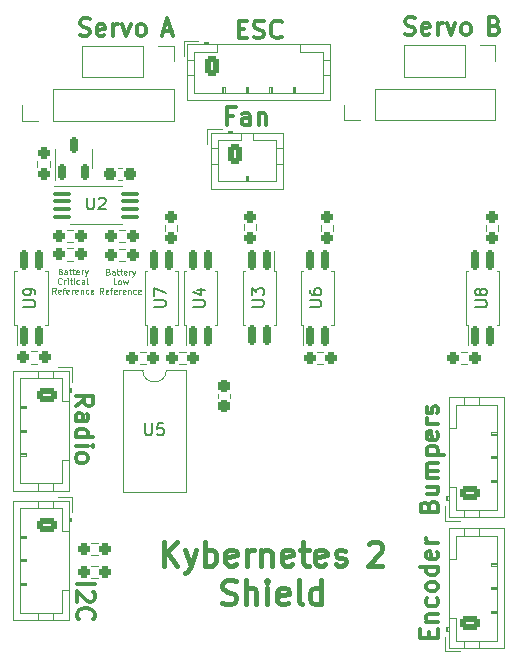
<source format=gto>
G04 #@! TF.GenerationSoftware,KiCad,Pcbnew,7.0.0*
G04 #@! TF.CreationDate,2023-02-28T23:45:34-08:00*
G04 #@! TF.ProjectId,KYBERNETES-CHASSIS-SHIELD,4b594245-524e-4455-9445-532d43484153,rev?*
G04 #@! TF.SameCoordinates,Original*
G04 #@! TF.FileFunction,Legend,Top*
G04 #@! TF.FilePolarity,Positive*
%FSLAX46Y46*%
G04 Gerber Fmt 4.6, Leading zero omitted, Abs format (unit mm)*
G04 Created by KiCad (PCBNEW 7.0.0) date 2023-02-28 23:45:34*
%MOMM*%
%LPD*%
G01*
G04 APERTURE LIST*
G04 Aperture macros list*
%AMRoundRect*
0 Rectangle with rounded corners*
0 $1 Rounding radius*
0 $2 $3 $4 $5 $6 $7 $8 $9 X,Y pos of 4 corners*
0 Add a 4 corners polygon primitive as box body*
4,1,4,$2,$3,$4,$5,$6,$7,$8,$9,$2,$3,0*
0 Add four circle primitives for the rounded corners*
1,1,$1+$1,$2,$3*
1,1,$1+$1,$4,$5*
1,1,$1+$1,$6,$7*
1,1,$1+$1,$8,$9*
0 Add four rect primitives between the rounded corners*
20,1,$1+$1,$2,$3,$4,$5,0*
20,1,$1+$1,$4,$5,$6,$7,0*
20,1,$1+$1,$6,$7,$8,$9,0*
20,1,$1+$1,$8,$9,$2,$3,0*%
G04 Aperture macros list end*
%ADD10C,0.400000*%
%ADD11C,0.125000*%
%ADD12C,0.300000*%
%ADD13C,0.150000*%
%ADD14C,0.120000*%
%ADD15RoundRect,0.150000X0.150000X-0.662500X0.150000X0.662500X-0.150000X0.662500X-0.150000X-0.662500X0*%
%ADD16RoundRect,0.237500X0.250000X0.237500X-0.250000X0.237500X-0.250000X-0.237500X0.250000X-0.237500X0*%
%ADD17RoundRect,0.237500X-0.250000X-0.237500X0.250000X-0.237500X0.250000X0.237500X-0.250000X0.237500X0*%
%ADD18RoundRect,0.237500X-0.237500X0.250000X-0.237500X-0.250000X0.237500X-0.250000X0.237500X0.250000X0*%
%ADD19RoundRect,0.237500X-0.237500X0.300000X-0.237500X-0.300000X0.237500X-0.300000X0.237500X0.300000X0*%
%ADD20R,1.600000X1.600000*%
%ADD21O,1.600000X1.600000*%
%ADD22R,1.700000X1.700000*%
%ADD23O,1.700000X1.700000*%
%ADD24RoundRect,0.250000X0.625000X-0.350000X0.625000X0.350000X-0.625000X0.350000X-0.625000X-0.350000X0*%
%ADD25O,1.750000X1.200000*%
%ADD26RoundRect,0.150000X-0.150000X0.662500X-0.150000X-0.662500X0.150000X-0.662500X0.150000X0.662500X0*%
%ADD27RoundRect,0.237500X0.300000X0.237500X-0.300000X0.237500X-0.300000X-0.237500X0.300000X-0.237500X0*%
%ADD28RoundRect,0.250000X-0.625000X0.350000X-0.625000X-0.350000X0.625000X-0.350000X0.625000X0.350000X0*%
%ADD29C,3.200000*%
%ADD30O,1.727200X1.727200*%
%ADD31R,1.727200X1.727200*%
%ADD32RoundRect,0.250000X-0.350000X-0.625000X0.350000X-0.625000X0.350000X0.625000X-0.350000X0.625000X0*%
%ADD33O,1.200000X1.750000*%
%ADD34RoundRect,0.237500X0.237500X-0.250000X0.237500X0.250000X-0.237500X0.250000X-0.237500X-0.250000X0*%
%ADD35RoundRect,0.150000X0.150000X-0.512500X0.150000X0.512500X-0.150000X0.512500X-0.150000X-0.512500X0*%
%ADD36RoundRect,0.100000X-0.637500X-0.100000X0.637500X-0.100000X0.637500X0.100000X-0.637500X0.100000X0*%
G04 APERTURE END LIST*
D10*
X143705951Y-120274761D02*
X143705951Y-118274761D01*
X144848808Y-120274761D02*
X143991665Y-119131904D01*
X144848808Y-118274761D02*
X143705951Y-119417619D01*
X145515475Y-118941428D02*
X145991665Y-120274761D01*
X146467856Y-118941428D02*
X145991665Y-120274761D01*
X145991665Y-120274761D02*
X145801189Y-120750952D01*
X145801189Y-120750952D02*
X145705951Y-120846190D01*
X145705951Y-120846190D02*
X145515475Y-120941428D01*
X147229761Y-120274761D02*
X147229761Y-118274761D01*
X147229761Y-119036666D02*
X147420237Y-118941428D01*
X147420237Y-118941428D02*
X147801190Y-118941428D01*
X147801190Y-118941428D02*
X147991666Y-119036666D01*
X147991666Y-119036666D02*
X148086904Y-119131904D01*
X148086904Y-119131904D02*
X148182142Y-119322380D01*
X148182142Y-119322380D02*
X148182142Y-119893809D01*
X148182142Y-119893809D02*
X148086904Y-120084285D01*
X148086904Y-120084285D02*
X147991666Y-120179523D01*
X147991666Y-120179523D02*
X147801190Y-120274761D01*
X147801190Y-120274761D02*
X147420237Y-120274761D01*
X147420237Y-120274761D02*
X147229761Y-120179523D01*
X149801190Y-120179523D02*
X149610714Y-120274761D01*
X149610714Y-120274761D02*
X149229761Y-120274761D01*
X149229761Y-120274761D02*
X149039285Y-120179523D01*
X149039285Y-120179523D02*
X148944047Y-119989047D01*
X148944047Y-119989047D02*
X148944047Y-119227142D01*
X148944047Y-119227142D02*
X149039285Y-119036666D01*
X149039285Y-119036666D02*
X149229761Y-118941428D01*
X149229761Y-118941428D02*
X149610714Y-118941428D01*
X149610714Y-118941428D02*
X149801190Y-119036666D01*
X149801190Y-119036666D02*
X149896428Y-119227142D01*
X149896428Y-119227142D02*
X149896428Y-119417619D01*
X149896428Y-119417619D02*
X148944047Y-119608095D01*
X150753571Y-120274761D02*
X150753571Y-118941428D01*
X150753571Y-119322380D02*
X150848809Y-119131904D01*
X150848809Y-119131904D02*
X150944047Y-119036666D01*
X150944047Y-119036666D02*
X151134523Y-118941428D01*
X151134523Y-118941428D02*
X151325000Y-118941428D01*
X151991666Y-118941428D02*
X151991666Y-120274761D01*
X151991666Y-119131904D02*
X152086904Y-119036666D01*
X152086904Y-119036666D02*
X152277380Y-118941428D01*
X152277380Y-118941428D02*
X152563095Y-118941428D01*
X152563095Y-118941428D02*
X152753571Y-119036666D01*
X152753571Y-119036666D02*
X152848809Y-119227142D01*
X152848809Y-119227142D02*
X152848809Y-120274761D01*
X154563095Y-120179523D02*
X154372619Y-120274761D01*
X154372619Y-120274761D02*
X153991666Y-120274761D01*
X153991666Y-120274761D02*
X153801190Y-120179523D01*
X153801190Y-120179523D02*
X153705952Y-119989047D01*
X153705952Y-119989047D02*
X153705952Y-119227142D01*
X153705952Y-119227142D02*
X153801190Y-119036666D01*
X153801190Y-119036666D02*
X153991666Y-118941428D01*
X153991666Y-118941428D02*
X154372619Y-118941428D01*
X154372619Y-118941428D02*
X154563095Y-119036666D01*
X154563095Y-119036666D02*
X154658333Y-119227142D01*
X154658333Y-119227142D02*
X154658333Y-119417619D01*
X154658333Y-119417619D02*
X153705952Y-119608095D01*
X155229762Y-118941428D02*
X155991666Y-118941428D01*
X155515476Y-118274761D02*
X155515476Y-119989047D01*
X155515476Y-119989047D02*
X155610714Y-120179523D01*
X155610714Y-120179523D02*
X155801190Y-120274761D01*
X155801190Y-120274761D02*
X155991666Y-120274761D01*
X157420238Y-120179523D02*
X157229762Y-120274761D01*
X157229762Y-120274761D02*
X156848809Y-120274761D01*
X156848809Y-120274761D02*
X156658333Y-120179523D01*
X156658333Y-120179523D02*
X156563095Y-119989047D01*
X156563095Y-119989047D02*
X156563095Y-119227142D01*
X156563095Y-119227142D02*
X156658333Y-119036666D01*
X156658333Y-119036666D02*
X156848809Y-118941428D01*
X156848809Y-118941428D02*
X157229762Y-118941428D01*
X157229762Y-118941428D02*
X157420238Y-119036666D01*
X157420238Y-119036666D02*
X157515476Y-119227142D01*
X157515476Y-119227142D02*
X157515476Y-119417619D01*
X157515476Y-119417619D02*
X156563095Y-119608095D01*
X158277381Y-120179523D02*
X158467857Y-120274761D01*
X158467857Y-120274761D02*
X158848809Y-120274761D01*
X158848809Y-120274761D02*
X159039286Y-120179523D01*
X159039286Y-120179523D02*
X159134524Y-119989047D01*
X159134524Y-119989047D02*
X159134524Y-119893809D01*
X159134524Y-119893809D02*
X159039286Y-119703333D01*
X159039286Y-119703333D02*
X158848809Y-119608095D01*
X158848809Y-119608095D02*
X158563095Y-119608095D01*
X158563095Y-119608095D02*
X158372619Y-119512857D01*
X158372619Y-119512857D02*
X158277381Y-119322380D01*
X158277381Y-119322380D02*
X158277381Y-119227142D01*
X158277381Y-119227142D02*
X158372619Y-119036666D01*
X158372619Y-119036666D02*
X158563095Y-118941428D01*
X158563095Y-118941428D02*
X158848809Y-118941428D01*
X158848809Y-118941428D02*
X159039286Y-119036666D01*
X161096429Y-118465238D02*
X161191667Y-118370000D01*
X161191667Y-118370000D02*
X161382143Y-118274761D01*
X161382143Y-118274761D02*
X161858334Y-118274761D01*
X161858334Y-118274761D02*
X162048810Y-118370000D01*
X162048810Y-118370000D02*
X162144048Y-118465238D01*
X162144048Y-118465238D02*
X162239286Y-118655714D01*
X162239286Y-118655714D02*
X162239286Y-118846190D01*
X162239286Y-118846190D02*
X162144048Y-119131904D01*
X162144048Y-119131904D02*
X161001191Y-120274761D01*
X161001191Y-120274761D02*
X162239286Y-120274761D01*
X148686904Y-123419523D02*
X148972618Y-123514761D01*
X148972618Y-123514761D02*
X149448809Y-123514761D01*
X149448809Y-123514761D02*
X149639285Y-123419523D01*
X149639285Y-123419523D02*
X149734523Y-123324285D01*
X149734523Y-123324285D02*
X149829761Y-123133809D01*
X149829761Y-123133809D02*
X149829761Y-122943333D01*
X149829761Y-122943333D02*
X149734523Y-122752857D01*
X149734523Y-122752857D02*
X149639285Y-122657619D01*
X149639285Y-122657619D02*
X149448809Y-122562380D01*
X149448809Y-122562380D02*
X149067856Y-122467142D01*
X149067856Y-122467142D02*
X148877380Y-122371904D01*
X148877380Y-122371904D02*
X148782142Y-122276666D01*
X148782142Y-122276666D02*
X148686904Y-122086190D01*
X148686904Y-122086190D02*
X148686904Y-121895714D01*
X148686904Y-121895714D02*
X148782142Y-121705238D01*
X148782142Y-121705238D02*
X148877380Y-121610000D01*
X148877380Y-121610000D02*
X149067856Y-121514761D01*
X149067856Y-121514761D02*
X149544047Y-121514761D01*
X149544047Y-121514761D02*
X149829761Y-121610000D01*
X150686904Y-123514761D02*
X150686904Y-121514761D01*
X151544047Y-123514761D02*
X151544047Y-122467142D01*
X151544047Y-122467142D02*
X151448809Y-122276666D01*
X151448809Y-122276666D02*
X151258333Y-122181428D01*
X151258333Y-122181428D02*
X150972618Y-122181428D01*
X150972618Y-122181428D02*
X150782142Y-122276666D01*
X150782142Y-122276666D02*
X150686904Y-122371904D01*
X152496428Y-123514761D02*
X152496428Y-122181428D01*
X152496428Y-121514761D02*
X152401190Y-121610000D01*
X152401190Y-121610000D02*
X152496428Y-121705238D01*
X152496428Y-121705238D02*
X152591666Y-121610000D01*
X152591666Y-121610000D02*
X152496428Y-121514761D01*
X152496428Y-121514761D02*
X152496428Y-121705238D01*
X154210714Y-123419523D02*
X154020238Y-123514761D01*
X154020238Y-123514761D02*
X153639285Y-123514761D01*
X153639285Y-123514761D02*
X153448809Y-123419523D01*
X153448809Y-123419523D02*
X153353571Y-123229047D01*
X153353571Y-123229047D02*
X153353571Y-122467142D01*
X153353571Y-122467142D02*
X153448809Y-122276666D01*
X153448809Y-122276666D02*
X153639285Y-122181428D01*
X153639285Y-122181428D02*
X154020238Y-122181428D01*
X154020238Y-122181428D02*
X154210714Y-122276666D01*
X154210714Y-122276666D02*
X154305952Y-122467142D01*
X154305952Y-122467142D02*
X154305952Y-122657619D01*
X154305952Y-122657619D02*
X153353571Y-122848095D01*
X155448809Y-123514761D02*
X155258333Y-123419523D01*
X155258333Y-123419523D02*
X155163095Y-123229047D01*
X155163095Y-123229047D02*
X155163095Y-121514761D01*
X157067857Y-123514761D02*
X157067857Y-121514761D01*
X157067857Y-123419523D02*
X156877381Y-123514761D01*
X156877381Y-123514761D02*
X156496428Y-123514761D01*
X156496428Y-123514761D02*
X156305952Y-123419523D01*
X156305952Y-123419523D02*
X156210714Y-123324285D01*
X156210714Y-123324285D02*
X156115476Y-123133809D01*
X156115476Y-123133809D02*
X156115476Y-122562380D01*
X156115476Y-122562380D02*
X156210714Y-122371904D01*
X156210714Y-122371904D02*
X156305952Y-122276666D01*
X156305952Y-122276666D02*
X156496428Y-122181428D01*
X156496428Y-122181428D02*
X156877381Y-122181428D01*
X156877381Y-122181428D02*
X157067857Y-122276666D01*
D11*
X139014286Y-95384285D02*
X139085714Y-95408095D01*
X139085714Y-95408095D02*
X139109524Y-95431904D01*
X139109524Y-95431904D02*
X139133333Y-95479523D01*
X139133333Y-95479523D02*
X139133333Y-95550952D01*
X139133333Y-95550952D02*
X139109524Y-95598571D01*
X139109524Y-95598571D02*
X139085714Y-95622380D01*
X139085714Y-95622380D02*
X139038095Y-95646190D01*
X139038095Y-95646190D02*
X138847619Y-95646190D01*
X138847619Y-95646190D02*
X138847619Y-95146190D01*
X138847619Y-95146190D02*
X139014286Y-95146190D01*
X139014286Y-95146190D02*
X139061905Y-95170000D01*
X139061905Y-95170000D02*
X139085714Y-95193809D01*
X139085714Y-95193809D02*
X139109524Y-95241428D01*
X139109524Y-95241428D02*
X139109524Y-95289047D01*
X139109524Y-95289047D02*
X139085714Y-95336666D01*
X139085714Y-95336666D02*
X139061905Y-95360476D01*
X139061905Y-95360476D02*
X139014286Y-95384285D01*
X139014286Y-95384285D02*
X138847619Y-95384285D01*
X139561905Y-95646190D02*
X139561905Y-95384285D01*
X139561905Y-95384285D02*
X139538095Y-95336666D01*
X139538095Y-95336666D02*
X139490476Y-95312857D01*
X139490476Y-95312857D02*
X139395238Y-95312857D01*
X139395238Y-95312857D02*
X139347619Y-95336666D01*
X139561905Y-95622380D02*
X139514286Y-95646190D01*
X139514286Y-95646190D02*
X139395238Y-95646190D01*
X139395238Y-95646190D02*
X139347619Y-95622380D01*
X139347619Y-95622380D02*
X139323810Y-95574761D01*
X139323810Y-95574761D02*
X139323810Y-95527142D01*
X139323810Y-95527142D02*
X139347619Y-95479523D01*
X139347619Y-95479523D02*
X139395238Y-95455714D01*
X139395238Y-95455714D02*
X139514286Y-95455714D01*
X139514286Y-95455714D02*
X139561905Y-95431904D01*
X139728572Y-95312857D02*
X139919048Y-95312857D01*
X139800000Y-95146190D02*
X139800000Y-95574761D01*
X139800000Y-95574761D02*
X139823810Y-95622380D01*
X139823810Y-95622380D02*
X139871429Y-95646190D01*
X139871429Y-95646190D02*
X139919048Y-95646190D01*
X140014286Y-95312857D02*
X140204762Y-95312857D01*
X140085714Y-95146190D02*
X140085714Y-95574761D01*
X140085714Y-95574761D02*
X140109524Y-95622380D01*
X140109524Y-95622380D02*
X140157143Y-95646190D01*
X140157143Y-95646190D02*
X140204762Y-95646190D01*
X140561904Y-95622380D02*
X140514285Y-95646190D01*
X140514285Y-95646190D02*
X140419047Y-95646190D01*
X140419047Y-95646190D02*
X140371428Y-95622380D01*
X140371428Y-95622380D02*
X140347619Y-95574761D01*
X140347619Y-95574761D02*
X140347619Y-95384285D01*
X140347619Y-95384285D02*
X140371428Y-95336666D01*
X140371428Y-95336666D02*
X140419047Y-95312857D01*
X140419047Y-95312857D02*
X140514285Y-95312857D01*
X140514285Y-95312857D02*
X140561904Y-95336666D01*
X140561904Y-95336666D02*
X140585714Y-95384285D01*
X140585714Y-95384285D02*
X140585714Y-95431904D01*
X140585714Y-95431904D02*
X140347619Y-95479523D01*
X140799999Y-95646190D02*
X140799999Y-95312857D01*
X140799999Y-95408095D02*
X140823809Y-95360476D01*
X140823809Y-95360476D02*
X140847618Y-95336666D01*
X140847618Y-95336666D02*
X140895237Y-95312857D01*
X140895237Y-95312857D02*
X140942856Y-95312857D01*
X141061904Y-95312857D02*
X141180952Y-95646190D01*
X141299999Y-95312857D02*
X141180952Y-95646190D01*
X141180952Y-95646190D02*
X141133333Y-95765238D01*
X141133333Y-95765238D02*
X141109523Y-95789047D01*
X141109523Y-95789047D02*
X141061904Y-95812857D01*
X139716666Y-96456190D02*
X139478571Y-96456190D01*
X139478571Y-96456190D02*
X139478571Y-95956190D01*
X139954762Y-96456190D02*
X139907143Y-96432380D01*
X139907143Y-96432380D02*
X139883333Y-96408571D01*
X139883333Y-96408571D02*
X139859524Y-96360952D01*
X139859524Y-96360952D02*
X139859524Y-96218095D01*
X139859524Y-96218095D02*
X139883333Y-96170476D01*
X139883333Y-96170476D02*
X139907143Y-96146666D01*
X139907143Y-96146666D02*
X139954762Y-96122857D01*
X139954762Y-96122857D02*
X140026190Y-96122857D01*
X140026190Y-96122857D02*
X140073809Y-96146666D01*
X140073809Y-96146666D02*
X140097619Y-96170476D01*
X140097619Y-96170476D02*
X140121428Y-96218095D01*
X140121428Y-96218095D02*
X140121428Y-96360952D01*
X140121428Y-96360952D02*
X140097619Y-96408571D01*
X140097619Y-96408571D02*
X140073809Y-96432380D01*
X140073809Y-96432380D02*
X140026190Y-96456190D01*
X140026190Y-96456190D02*
X139954762Y-96456190D01*
X140288095Y-96122857D02*
X140383333Y-96456190D01*
X140383333Y-96456190D02*
X140478571Y-96218095D01*
X140478571Y-96218095D02*
X140573809Y-96456190D01*
X140573809Y-96456190D02*
X140669047Y-96122857D01*
X138609524Y-97266190D02*
X138442858Y-97028095D01*
X138323810Y-97266190D02*
X138323810Y-96766190D01*
X138323810Y-96766190D02*
X138514286Y-96766190D01*
X138514286Y-96766190D02*
X138561905Y-96790000D01*
X138561905Y-96790000D02*
X138585715Y-96813809D01*
X138585715Y-96813809D02*
X138609524Y-96861428D01*
X138609524Y-96861428D02*
X138609524Y-96932857D01*
X138609524Y-96932857D02*
X138585715Y-96980476D01*
X138585715Y-96980476D02*
X138561905Y-97004285D01*
X138561905Y-97004285D02*
X138514286Y-97028095D01*
X138514286Y-97028095D02*
X138323810Y-97028095D01*
X139014286Y-97242380D02*
X138966667Y-97266190D01*
X138966667Y-97266190D02*
X138871429Y-97266190D01*
X138871429Y-97266190D02*
X138823810Y-97242380D01*
X138823810Y-97242380D02*
X138800001Y-97194761D01*
X138800001Y-97194761D02*
X138800001Y-97004285D01*
X138800001Y-97004285D02*
X138823810Y-96956666D01*
X138823810Y-96956666D02*
X138871429Y-96932857D01*
X138871429Y-96932857D02*
X138966667Y-96932857D01*
X138966667Y-96932857D02*
X139014286Y-96956666D01*
X139014286Y-96956666D02*
X139038096Y-97004285D01*
X139038096Y-97004285D02*
X139038096Y-97051904D01*
X139038096Y-97051904D02*
X138800001Y-97099523D01*
X139180953Y-96932857D02*
X139371429Y-96932857D01*
X139252381Y-97266190D02*
X139252381Y-96837619D01*
X139252381Y-96837619D02*
X139276191Y-96790000D01*
X139276191Y-96790000D02*
X139323810Y-96766190D01*
X139323810Y-96766190D02*
X139371429Y-96766190D01*
X139728571Y-97242380D02*
X139680952Y-97266190D01*
X139680952Y-97266190D02*
X139585714Y-97266190D01*
X139585714Y-97266190D02*
X139538095Y-97242380D01*
X139538095Y-97242380D02*
X139514286Y-97194761D01*
X139514286Y-97194761D02*
X139514286Y-97004285D01*
X139514286Y-97004285D02*
X139538095Y-96956666D01*
X139538095Y-96956666D02*
X139585714Y-96932857D01*
X139585714Y-96932857D02*
X139680952Y-96932857D01*
X139680952Y-96932857D02*
X139728571Y-96956666D01*
X139728571Y-96956666D02*
X139752381Y-97004285D01*
X139752381Y-97004285D02*
X139752381Y-97051904D01*
X139752381Y-97051904D02*
X139514286Y-97099523D01*
X139966666Y-97266190D02*
X139966666Y-96932857D01*
X139966666Y-97028095D02*
X139990476Y-96980476D01*
X139990476Y-96980476D02*
X140014285Y-96956666D01*
X140014285Y-96956666D02*
X140061904Y-96932857D01*
X140061904Y-96932857D02*
X140109523Y-96932857D01*
X140466666Y-97242380D02*
X140419047Y-97266190D01*
X140419047Y-97266190D02*
X140323809Y-97266190D01*
X140323809Y-97266190D02*
X140276190Y-97242380D01*
X140276190Y-97242380D02*
X140252381Y-97194761D01*
X140252381Y-97194761D02*
X140252381Y-97004285D01*
X140252381Y-97004285D02*
X140276190Y-96956666D01*
X140276190Y-96956666D02*
X140323809Y-96932857D01*
X140323809Y-96932857D02*
X140419047Y-96932857D01*
X140419047Y-96932857D02*
X140466666Y-96956666D01*
X140466666Y-96956666D02*
X140490476Y-97004285D01*
X140490476Y-97004285D02*
X140490476Y-97051904D01*
X140490476Y-97051904D02*
X140252381Y-97099523D01*
X140704761Y-96932857D02*
X140704761Y-97266190D01*
X140704761Y-96980476D02*
X140728571Y-96956666D01*
X140728571Y-96956666D02*
X140776190Y-96932857D01*
X140776190Y-96932857D02*
X140847618Y-96932857D01*
X140847618Y-96932857D02*
X140895237Y-96956666D01*
X140895237Y-96956666D02*
X140919047Y-97004285D01*
X140919047Y-97004285D02*
X140919047Y-97266190D01*
X141371428Y-97242380D02*
X141323809Y-97266190D01*
X141323809Y-97266190D02*
X141228571Y-97266190D01*
X141228571Y-97266190D02*
X141180952Y-97242380D01*
X141180952Y-97242380D02*
X141157142Y-97218571D01*
X141157142Y-97218571D02*
X141133333Y-97170952D01*
X141133333Y-97170952D02*
X141133333Y-97028095D01*
X141133333Y-97028095D02*
X141157142Y-96980476D01*
X141157142Y-96980476D02*
X141180952Y-96956666D01*
X141180952Y-96956666D02*
X141228571Y-96932857D01*
X141228571Y-96932857D02*
X141323809Y-96932857D01*
X141323809Y-96932857D02*
X141371428Y-96956666D01*
X141776189Y-97242380D02*
X141728570Y-97266190D01*
X141728570Y-97266190D02*
X141633332Y-97266190D01*
X141633332Y-97266190D02*
X141585713Y-97242380D01*
X141585713Y-97242380D02*
X141561904Y-97194761D01*
X141561904Y-97194761D02*
X141561904Y-97004285D01*
X141561904Y-97004285D02*
X141585713Y-96956666D01*
X141585713Y-96956666D02*
X141633332Y-96932857D01*
X141633332Y-96932857D02*
X141728570Y-96932857D01*
X141728570Y-96932857D02*
X141776189Y-96956666D01*
X141776189Y-96956666D02*
X141799999Y-97004285D01*
X141799999Y-97004285D02*
X141799999Y-97051904D01*
X141799999Y-97051904D02*
X141561904Y-97099523D01*
X134989286Y-95359285D02*
X135060714Y-95383095D01*
X135060714Y-95383095D02*
X135084524Y-95406904D01*
X135084524Y-95406904D02*
X135108333Y-95454523D01*
X135108333Y-95454523D02*
X135108333Y-95525952D01*
X135108333Y-95525952D02*
X135084524Y-95573571D01*
X135084524Y-95573571D02*
X135060714Y-95597380D01*
X135060714Y-95597380D02*
X135013095Y-95621190D01*
X135013095Y-95621190D02*
X134822619Y-95621190D01*
X134822619Y-95621190D02*
X134822619Y-95121190D01*
X134822619Y-95121190D02*
X134989286Y-95121190D01*
X134989286Y-95121190D02*
X135036905Y-95145000D01*
X135036905Y-95145000D02*
X135060714Y-95168809D01*
X135060714Y-95168809D02*
X135084524Y-95216428D01*
X135084524Y-95216428D02*
X135084524Y-95264047D01*
X135084524Y-95264047D02*
X135060714Y-95311666D01*
X135060714Y-95311666D02*
X135036905Y-95335476D01*
X135036905Y-95335476D02*
X134989286Y-95359285D01*
X134989286Y-95359285D02*
X134822619Y-95359285D01*
X135536905Y-95621190D02*
X135536905Y-95359285D01*
X135536905Y-95359285D02*
X135513095Y-95311666D01*
X135513095Y-95311666D02*
X135465476Y-95287857D01*
X135465476Y-95287857D02*
X135370238Y-95287857D01*
X135370238Y-95287857D02*
X135322619Y-95311666D01*
X135536905Y-95597380D02*
X135489286Y-95621190D01*
X135489286Y-95621190D02*
X135370238Y-95621190D01*
X135370238Y-95621190D02*
X135322619Y-95597380D01*
X135322619Y-95597380D02*
X135298810Y-95549761D01*
X135298810Y-95549761D02*
X135298810Y-95502142D01*
X135298810Y-95502142D02*
X135322619Y-95454523D01*
X135322619Y-95454523D02*
X135370238Y-95430714D01*
X135370238Y-95430714D02*
X135489286Y-95430714D01*
X135489286Y-95430714D02*
X135536905Y-95406904D01*
X135703572Y-95287857D02*
X135894048Y-95287857D01*
X135775000Y-95121190D02*
X135775000Y-95549761D01*
X135775000Y-95549761D02*
X135798810Y-95597380D01*
X135798810Y-95597380D02*
X135846429Y-95621190D01*
X135846429Y-95621190D02*
X135894048Y-95621190D01*
X135989286Y-95287857D02*
X136179762Y-95287857D01*
X136060714Y-95121190D02*
X136060714Y-95549761D01*
X136060714Y-95549761D02*
X136084524Y-95597380D01*
X136084524Y-95597380D02*
X136132143Y-95621190D01*
X136132143Y-95621190D02*
X136179762Y-95621190D01*
X136536904Y-95597380D02*
X136489285Y-95621190D01*
X136489285Y-95621190D02*
X136394047Y-95621190D01*
X136394047Y-95621190D02*
X136346428Y-95597380D01*
X136346428Y-95597380D02*
X136322619Y-95549761D01*
X136322619Y-95549761D02*
X136322619Y-95359285D01*
X136322619Y-95359285D02*
X136346428Y-95311666D01*
X136346428Y-95311666D02*
X136394047Y-95287857D01*
X136394047Y-95287857D02*
X136489285Y-95287857D01*
X136489285Y-95287857D02*
X136536904Y-95311666D01*
X136536904Y-95311666D02*
X136560714Y-95359285D01*
X136560714Y-95359285D02*
X136560714Y-95406904D01*
X136560714Y-95406904D02*
X136322619Y-95454523D01*
X136774999Y-95621190D02*
X136774999Y-95287857D01*
X136774999Y-95383095D02*
X136798809Y-95335476D01*
X136798809Y-95335476D02*
X136822618Y-95311666D01*
X136822618Y-95311666D02*
X136870237Y-95287857D01*
X136870237Y-95287857D02*
X136917856Y-95287857D01*
X137036904Y-95287857D02*
X137155952Y-95621190D01*
X137274999Y-95287857D02*
X137155952Y-95621190D01*
X137155952Y-95621190D02*
X137108333Y-95740238D01*
X137108333Y-95740238D02*
X137084523Y-95764047D01*
X137084523Y-95764047D02*
X137036904Y-95787857D01*
X135072619Y-96383571D02*
X135048810Y-96407380D01*
X135048810Y-96407380D02*
X134977381Y-96431190D01*
X134977381Y-96431190D02*
X134929762Y-96431190D01*
X134929762Y-96431190D02*
X134858334Y-96407380D01*
X134858334Y-96407380D02*
X134810715Y-96359761D01*
X134810715Y-96359761D02*
X134786905Y-96312142D01*
X134786905Y-96312142D02*
X134763096Y-96216904D01*
X134763096Y-96216904D02*
X134763096Y-96145476D01*
X134763096Y-96145476D02*
X134786905Y-96050238D01*
X134786905Y-96050238D02*
X134810715Y-96002619D01*
X134810715Y-96002619D02*
X134858334Y-95955000D01*
X134858334Y-95955000D02*
X134929762Y-95931190D01*
X134929762Y-95931190D02*
X134977381Y-95931190D01*
X134977381Y-95931190D02*
X135048810Y-95955000D01*
X135048810Y-95955000D02*
X135072619Y-95978809D01*
X135286905Y-96431190D02*
X135286905Y-96097857D01*
X135286905Y-96193095D02*
X135310715Y-96145476D01*
X135310715Y-96145476D02*
X135334524Y-96121666D01*
X135334524Y-96121666D02*
X135382143Y-96097857D01*
X135382143Y-96097857D02*
X135429762Y-96097857D01*
X135596429Y-96431190D02*
X135596429Y-96097857D01*
X135596429Y-95931190D02*
X135572620Y-95955000D01*
X135572620Y-95955000D02*
X135596429Y-95978809D01*
X135596429Y-95978809D02*
X135620239Y-95955000D01*
X135620239Y-95955000D02*
X135596429Y-95931190D01*
X135596429Y-95931190D02*
X135596429Y-95978809D01*
X135763096Y-96097857D02*
X135953572Y-96097857D01*
X135834524Y-95931190D02*
X135834524Y-96359761D01*
X135834524Y-96359761D02*
X135858334Y-96407380D01*
X135858334Y-96407380D02*
X135905953Y-96431190D01*
X135905953Y-96431190D02*
X135953572Y-96431190D01*
X136120238Y-96431190D02*
X136120238Y-96097857D01*
X136120238Y-95931190D02*
X136096429Y-95955000D01*
X136096429Y-95955000D02*
X136120238Y-95978809D01*
X136120238Y-95978809D02*
X136144048Y-95955000D01*
X136144048Y-95955000D02*
X136120238Y-95931190D01*
X136120238Y-95931190D02*
X136120238Y-95978809D01*
X136572619Y-96407380D02*
X136525000Y-96431190D01*
X136525000Y-96431190D02*
X136429762Y-96431190D01*
X136429762Y-96431190D02*
X136382143Y-96407380D01*
X136382143Y-96407380D02*
X136358333Y-96383571D01*
X136358333Y-96383571D02*
X136334524Y-96335952D01*
X136334524Y-96335952D02*
X136334524Y-96193095D01*
X136334524Y-96193095D02*
X136358333Y-96145476D01*
X136358333Y-96145476D02*
X136382143Y-96121666D01*
X136382143Y-96121666D02*
X136429762Y-96097857D01*
X136429762Y-96097857D02*
X136525000Y-96097857D01*
X136525000Y-96097857D02*
X136572619Y-96121666D01*
X137001190Y-96431190D02*
X137001190Y-96169285D01*
X137001190Y-96169285D02*
X136977380Y-96121666D01*
X136977380Y-96121666D02*
X136929761Y-96097857D01*
X136929761Y-96097857D02*
X136834523Y-96097857D01*
X136834523Y-96097857D02*
X136786904Y-96121666D01*
X137001190Y-96407380D02*
X136953571Y-96431190D01*
X136953571Y-96431190D02*
X136834523Y-96431190D01*
X136834523Y-96431190D02*
X136786904Y-96407380D01*
X136786904Y-96407380D02*
X136763095Y-96359761D01*
X136763095Y-96359761D02*
X136763095Y-96312142D01*
X136763095Y-96312142D02*
X136786904Y-96264523D01*
X136786904Y-96264523D02*
X136834523Y-96240714D01*
X136834523Y-96240714D02*
X136953571Y-96240714D01*
X136953571Y-96240714D02*
X137001190Y-96216904D01*
X137310714Y-96431190D02*
X137263095Y-96407380D01*
X137263095Y-96407380D02*
X137239285Y-96359761D01*
X137239285Y-96359761D02*
X137239285Y-95931190D01*
X134584524Y-97241190D02*
X134417858Y-97003095D01*
X134298810Y-97241190D02*
X134298810Y-96741190D01*
X134298810Y-96741190D02*
X134489286Y-96741190D01*
X134489286Y-96741190D02*
X134536905Y-96765000D01*
X134536905Y-96765000D02*
X134560715Y-96788809D01*
X134560715Y-96788809D02*
X134584524Y-96836428D01*
X134584524Y-96836428D02*
X134584524Y-96907857D01*
X134584524Y-96907857D02*
X134560715Y-96955476D01*
X134560715Y-96955476D02*
X134536905Y-96979285D01*
X134536905Y-96979285D02*
X134489286Y-97003095D01*
X134489286Y-97003095D02*
X134298810Y-97003095D01*
X134989286Y-97217380D02*
X134941667Y-97241190D01*
X134941667Y-97241190D02*
X134846429Y-97241190D01*
X134846429Y-97241190D02*
X134798810Y-97217380D01*
X134798810Y-97217380D02*
X134775001Y-97169761D01*
X134775001Y-97169761D02*
X134775001Y-96979285D01*
X134775001Y-96979285D02*
X134798810Y-96931666D01*
X134798810Y-96931666D02*
X134846429Y-96907857D01*
X134846429Y-96907857D02*
X134941667Y-96907857D01*
X134941667Y-96907857D02*
X134989286Y-96931666D01*
X134989286Y-96931666D02*
X135013096Y-96979285D01*
X135013096Y-96979285D02*
X135013096Y-97026904D01*
X135013096Y-97026904D02*
X134775001Y-97074523D01*
X135155953Y-96907857D02*
X135346429Y-96907857D01*
X135227381Y-97241190D02*
X135227381Y-96812619D01*
X135227381Y-96812619D02*
X135251191Y-96765000D01*
X135251191Y-96765000D02*
X135298810Y-96741190D01*
X135298810Y-96741190D02*
X135346429Y-96741190D01*
X135703571Y-97217380D02*
X135655952Y-97241190D01*
X135655952Y-97241190D02*
X135560714Y-97241190D01*
X135560714Y-97241190D02*
X135513095Y-97217380D01*
X135513095Y-97217380D02*
X135489286Y-97169761D01*
X135489286Y-97169761D02*
X135489286Y-96979285D01*
X135489286Y-96979285D02*
X135513095Y-96931666D01*
X135513095Y-96931666D02*
X135560714Y-96907857D01*
X135560714Y-96907857D02*
X135655952Y-96907857D01*
X135655952Y-96907857D02*
X135703571Y-96931666D01*
X135703571Y-96931666D02*
X135727381Y-96979285D01*
X135727381Y-96979285D02*
X135727381Y-97026904D01*
X135727381Y-97026904D02*
X135489286Y-97074523D01*
X135941666Y-97241190D02*
X135941666Y-96907857D01*
X135941666Y-97003095D02*
X135965476Y-96955476D01*
X135965476Y-96955476D02*
X135989285Y-96931666D01*
X135989285Y-96931666D02*
X136036904Y-96907857D01*
X136036904Y-96907857D02*
X136084523Y-96907857D01*
X136441666Y-97217380D02*
X136394047Y-97241190D01*
X136394047Y-97241190D02*
X136298809Y-97241190D01*
X136298809Y-97241190D02*
X136251190Y-97217380D01*
X136251190Y-97217380D02*
X136227381Y-97169761D01*
X136227381Y-97169761D02*
X136227381Y-96979285D01*
X136227381Y-96979285D02*
X136251190Y-96931666D01*
X136251190Y-96931666D02*
X136298809Y-96907857D01*
X136298809Y-96907857D02*
X136394047Y-96907857D01*
X136394047Y-96907857D02*
X136441666Y-96931666D01*
X136441666Y-96931666D02*
X136465476Y-96979285D01*
X136465476Y-96979285D02*
X136465476Y-97026904D01*
X136465476Y-97026904D02*
X136227381Y-97074523D01*
X136679761Y-96907857D02*
X136679761Y-97241190D01*
X136679761Y-96955476D02*
X136703571Y-96931666D01*
X136703571Y-96931666D02*
X136751190Y-96907857D01*
X136751190Y-96907857D02*
X136822618Y-96907857D01*
X136822618Y-96907857D02*
X136870237Y-96931666D01*
X136870237Y-96931666D02*
X136894047Y-96979285D01*
X136894047Y-96979285D02*
X136894047Y-97241190D01*
X137346428Y-97217380D02*
X137298809Y-97241190D01*
X137298809Y-97241190D02*
X137203571Y-97241190D01*
X137203571Y-97241190D02*
X137155952Y-97217380D01*
X137155952Y-97217380D02*
X137132142Y-97193571D01*
X137132142Y-97193571D02*
X137108333Y-97145952D01*
X137108333Y-97145952D02*
X137108333Y-97003095D01*
X137108333Y-97003095D02*
X137132142Y-96955476D01*
X137132142Y-96955476D02*
X137155952Y-96931666D01*
X137155952Y-96931666D02*
X137203571Y-96907857D01*
X137203571Y-96907857D02*
X137298809Y-96907857D01*
X137298809Y-96907857D02*
X137346428Y-96931666D01*
X137751189Y-97217380D02*
X137703570Y-97241190D01*
X137703570Y-97241190D02*
X137608332Y-97241190D01*
X137608332Y-97241190D02*
X137560713Y-97217380D01*
X137560713Y-97217380D02*
X137536904Y-97169761D01*
X137536904Y-97169761D02*
X137536904Y-96979285D01*
X137536904Y-96979285D02*
X137560713Y-96931666D01*
X137560713Y-96931666D02*
X137608332Y-96907857D01*
X137608332Y-96907857D02*
X137703570Y-96907857D01*
X137703570Y-96907857D02*
X137751189Y-96931666D01*
X137751189Y-96931666D02*
X137774999Y-96979285D01*
X137774999Y-96979285D02*
X137774999Y-97026904D01*
X137774999Y-97026904D02*
X137536904Y-97074523D01*
D12*
X136635714Y-75377142D02*
X136850000Y-75448571D01*
X136850000Y-75448571D02*
X137207142Y-75448571D01*
X137207142Y-75448571D02*
X137350000Y-75377142D01*
X137350000Y-75377142D02*
X137421428Y-75305714D01*
X137421428Y-75305714D02*
X137492857Y-75162857D01*
X137492857Y-75162857D02*
X137492857Y-75020000D01*
X137492857Y-75020000D02*
X137421428Y-74877142D01*
X137421428Y-74877142D02*
X137350000Y-74805714D01*
X137350000Y-74805714D02*
X137207142Y-74734285D01*
X137207142Y-74734285D02*
X136921428Y-74662857D01*
X136921428Y-74662857D02*
X136778571Y-74591428D01*
X136778571Y-74591428D02*
X136707142Y-74520000D01*
X136707142Y-74520000D02*
X136635714Y-74377142D01*
X136635714Y-74377142D02*
X136635714Y-74234285D01*
X136635714Y-74234285D02*
X136707142Y-74091428D01*
X136707142Y-74091428D02*
X136778571Y-74020000D01*
X136778571Y-74020000D02*
X136921428Y-73948571D01*
X136921428Y-73948571D02*
X137278571Y-73948571D01*
X137278571Y-73948571D02*
X137492857Y-74020000D01*
X138707142Y-75377142D02*
X138564285Y-75448571D01*
X138564285Y-75448571D02*
X138278571Y-75448571D01*
X138278571Y-75448571D02*
X138135713Y-75377142D01*
X138135713Y-75377142D02*
X138064285Y-75234285D01*
X138064285Y-75234285D02*
X138064285Y-74662857D01*
X138064285Y-74662857D02*
X138135713Y-74520000D01*
X138135713Y-74520000D02*
X138278571Y-74448571D01*
X138278571Y-74448571D02*
X138564285Y-74448571D01*
X138564285Y-74448571D02*
X138707142Y-74520000D01*
X138707142Y-74520000D02*
X138778571Y-74662857D01*
X138778571Y-74662857D02*
X138778571Y-74805714D01*
X138778571Y-74805714D02*
X138064285Y-74948571D01*
X139421427Y-75448571D02*
X139421427Y-74448571D01*
X139421427Y-74734285D02*
X139492856Y-74591428D01*
X139492856Y-74591428D02*
X139564285Y-74520000D01*
X139564285Y-74520000D02*
X139707142Y-74448571D01*
X139707142Y-74448571D02*
X139849999Y-74448571D01*
X140207141Y-74448571D02*
X140564284Y-75448571D01*
X140564284Y-75448571D02*
X140921427Y-74448571D01*
X141707141Y-75448571D02*
X141564284Y-75377142D01*
X141564284Y-75377142D02*
X141492855Y-75305714D01*
X141492855Y-75305714D02*
X141421427Y-75162857D01*
X141421427Y-75162857D02*
X141421427Y-74734285D01*
X141421427Y-74734285D02*
X141492855Y-74591428D01*
X141492855Y-74591428D02*
X141564284Y-74520000D01*
X141564284Y-74520000D02*
X141707141Y-74448571D01*
X141707141Y-74448571D02*
X141921427Y-74448571D01*
X141921427Y-74448571D02*
X142064284Y-74520000D01*
X142064284Y-74520000D02*
X142135713Y-74591428D01*
X142135713Y-74591428D02*
X142207141Y-74734285D01*
X142207141Y-74734285D02*
X142207141Y-75162857D01*
X142207141Y-75162857D02*
X142135713Y-75305714D01*
X142135713Y-75305714D02*
X142064284Y-75377142D01*
X142064284Y-75377142D02*
X141921427Y-75448571D01*
X141921427Y-75448571D02*
X141707141Y-75448571D01*
X143678570Y-75020000D02*
X144392856Y-75020000D01*
X143535713Y-75448571D02*
X144035713Y-73948571D01*
X144035713Y-73948571D02*
X144535713Y-75448571D01*
X166162857Y-126367857D02*
X166162857Y-125867857D01*
X166948571Y-125653571D02*
X166948571Y-126367857D01*
X166948571Y-126367857D02*
X165448571Y-126367857D01*
X165448571Y-126367857D02*
X165448571Y-125653571D01*
X165948571Y-125010714D02*
X166948571Y-125010714D01*
X166091428Y-125010714D02*
X166020000Y-124939285D01*
X166020000Y-124939285D02*
X165948571Y-124796428D01*
X165948571Y-124796428D02*
X165948571Y-124582142D01*
X165948571Y-124582142D02*
X166020000Y-124439285D01*
X166020000Y-124439285D02*
X166162857Y-124367857D01*
X166162857Y-124367857D02*
X166948571Y-124367857D01*
X166877142Y-123010714D02*
X166948571Y-123153571D01*
X166948571Y-123153571D02*
X166948571Y-123439285D01*
X166948571Y-123439285D02*
X166877142Y-123582142D01*
X166877142Y-123582142D02*
X166805714Y-123653571D01*
X166805714Y-123653571D02*
X166662857Y-123724999D01*
X166662857Y-123724999D02*
X166234285Y-123724999D01*
X166234285Y-123724999D02*
X166091428Y-123653571D01*
X166091428Y-123653571D02*
X166020000Y-123582142D01*
X166020000Y-123582142D02*
X165948571Y-123439285D01*
X165948571Y-123439285D02*
X165948571Y-123153571D01*
X165948571Y-123153571D02*
X166020000Y-123010714D01*
X166948571Y-122153571D02*
X166877142Y-122296428D01*
X166877142Y-122296428D02*
X166805714Y-122367857D01*
X166805714Y-122367857D02*
X166662857Y-122439285D01*
X166662857Y-122439285D02*
X166234285Y-122439285D01*
X166234285Y-122439285D02*
X166091428Y-122367857D01*
X166091428Y-122367857D02*
X166020000Y-122296428D01*
X166020000Y-122296428D02*
X165948571Y-122153571D01*
X165948571Y-122153571D02*
X165948571Y-121939285D01*
X165948571Y-121939285D02*
X166020000Y-121796428D01*
X166020000Y-121796428D02*
X166091428Y-121725000D01*
X166091428Y-121725000D02*
X166234285Y-121653571D01*
X166234285Y-121653571D02*
X166662857Y-121653571D01*
X166662857Y-121653571D02*
X166805714Y-121725000D01*
X166805714Y-121725000D02*
X166877142Y-121796428D01*
X166877142Y-121796428D02*
X166948571Y-121939285D01*
X166948571Y-121939285D02*
X166948571Y-122153571D01*
X166948571Y-120367857D02*
X165448571Y-120367857D01*
X166877142Y-120367857D02*
X166948571Y-120510714D01*
X166948571Y-120510714D02*
X166948571Y-120796428D01*
X166948571Y-120796428D02*
X166877142Y-120939285D01*
X166877142Y-120939285D02*
X166805714Y-121010714D01*
X166805714Y-121010714D02*
X166662857Y-121082142D01*
X166662857Y-121082142D02*
X166234285Y-121082142D01*
X166234285Y-121082142D02*
X166091428Y-121010714D01*
X166091428Y-121010714D02*
X166020000Y-120939285D01*
X166020000Y-120939285D02*
X165948571Y-120796428D01*
X165948571Y-120796428D02*
X165948571Y-120510714D01*
X165948571Y-120510714D02*
X166020000Y-120367857D01*
X166877142Y-119082142D02*
X166948571Y-119224999D01*
X166948571Y-119224999D02*
X166948571Y-119510714D01*
X166948571Y-119510714D02*
X166877142Y-119653571D01*
X166877142Y-119653571D02*
X166734285Y-119724999D01*
X166734285Y-119724999D02*
X166162857Y-119724999D01*
X166162857Y-119724999D02*
X166020000Y-119653571D01*
X166020000Y-119653571D02*
X165948571Y-119510714D01*
X165948571Y-119510714D02*
X165948571Y-119224999D01*
X165948571Y-119224999D02*
X166020000Y-119082142D01*
X166020000Y-119082142D02*
X166162857Y-119010714D01*
X166162857Y-119010714D02*
X166305714Y-119010714D01*
X166305714Y-119010714D02*
X166448571Y-119724999D01*
X166948571Y-118367857D02*
X165948571Y-118367857D01*
X166234285Y-118367857D02*
X166091428Y-118296428D01*
X166091428Y-118296428D02*
X166020000Y-118225000D01*
X166020000Y-118225000D02*
X165948571Y-118082142D01*
X165948571Y-118082142D02*
X165948571Y-117939285D01*
X136276428Y-106774285D02*
X136990714Y-106274285D01*
X136276428Y-105917142D02*
X137776428Y-105917142D01*
X137776428Y-105917142D02*
X137776428Y-106488571D01*
X137776428Y-106488571D02*
X137705000Y-106631428D01*
X137705000Y-106631428D02*
X137633571Y-106702857D01*
X137633571Y-106702857D02*
X137490714Y-106774285D01*
X137490714Y-106774285D02*
X137276428Y-106774285D01*
X137276428Y-106774285D02*
X137133571Y-106702857D01*
X137133571Y-106702857D02*
X137062142Y-106631428D01*
X137062142Y-106631428D02*
X136990714Y-106488571D01*
X136990714Y-106488571D02*
X136990714Y-105917142D01*
X136276428Y-108060000D02*
X137062142Y-108060000D01*
X137062142Y-108060000D02*
X137205000Y-107988571D01*
X137205000Y-107988571D02*
X137276428Y-107845714D01*
X137276428Y-107845714D02*
X137276428Y-107560000D01*
X137276428Y-107560000D02*
X137205000Y-107417142D01*
X136347857Y-108060000D02*
X136276428Y-107917142D01*
X136276428Y-107917142D02*
X136276428Y-107560000D01*
X136276428Y-107560000D02*
X136347857Y-107417142D01*
X136347857Y-107417142D02*
X136490714Y-107345714D01*
X136490714Y-107345714D02*
X136633571Y-107345714D01*
X136633571Y-107345714D02*
X136776428Y-107417142D01*
X136776428Y-107417142D02*
X136847857Y-107560000D01*
X136847857Y-107560000D02*
X136847857Y-107917142D01*
X136847857Y-107917142D02*
X136919285Y-108060000D01*
X136276428Y-109417143D02*
X137776428Y-109417143D01*
X136347857Y-109417143D02*
X136276428Y-109274285D01*
X136276428Y-109274285D02*
X136276428Y-108988571D01*
X136276428Y-108988571D02*
X136347857Y-108845714D01*
X136347857Y-108845714D02*
X136419285Y-108774285D01*
X136419285Y-108774285D02*
X136562142Y-108702857D01*
X136562142Y-108702857D02*
X136990714Y-108702857D01*
X136990714Y-108702857D02*
X137133571Y-108774285D01*
X137133571Y-108774285D02*
X137205000Y-108845714D01*
X137205000Y-108845714D02*
X137276428Y-108988571D01*
X137276428Y-108988571D02*
X137276428Y-109274285D01*
X137276428Y-109274285D02*
X137205000Y-109417143D01*
X136276428Y-110131428D02*
X137276428Y-110131428D01*
X137776428Y-110131428D02*
X137705000Y-110060000D01*
X137705000Y-110060000D02*
X137633571Y-110131428D01*
X137633571Y-110131428D02*
X137705000Y-110202857D01*
X137705000Y-110202857D02*
X137776428Y-110131428D01*
X137776428Y-110131428D02*
X137633571Y-110131428D01*
X136276428Y-111060000D02*
X136347857Y-110917143D01*
X136347857Y-110917143D02*
X136419285Y-110845714D01*
X136419285Y-110845714D02*
X136562142Y-110774286D01*
X136562142Y-110774286D02*
X136990714Y-110774286D01*
X136990714Y-110774286D02*
X137133571Y-110845714D01*
X137133571Y-110845714D02*
X137205000Y-110917143D01*
X137205000Y-110917143D02*
X137276428Y-111060000D01*
X137276428Y-111060000D02*
X137276428Y-111274286D01*
X137276428Y-111274286D02*
X137205000Y-111417143D01*
X137205000Y-111417143D02*
X137133571Y-111488572D01*
X137133571Y-111488572D02*
X136990714Y-111560000D01*
X136990714Y-111560000D02*
X136562142Y-111560000D01*
X136562142Y-111560000D02*
X136419285Y-111488572D01*
X136419285Y-111488572D02*
X136347857Y-111417143D01*
X136347857Y-111417143D02*
X136276428Y-111274286D01*
X136276428Y-111274286D02*
X136276428Y-111060000D01*
X164135714Y-75277142D02*
X164350000Y-75348571D01*
X164350000Y-75348571D02*
X164707142Y-75348571D01*
X164707142Y-75348571D02*
X164850000Y-75277142D01*
X164850000Y-75277142D02*
X164921428Y-75205714D01*
X164921428Y-75205714D02*
X164992857Y-75062857D01*
X164992857Y-75062857D02*
X164992857Y-74920000D01*
X164992857Y-74920000D02*
X164921428Y-74777142D01*
X164921428Y-74777142D02*
X164850000Y-74705714D01*
X164850000Y-74705714D02*
X164707142Y-74634285D01*
X164707142Y-74634285D02*
X164421428Y-74562857D01*
X164421428Y-74562857D02*
X164278571Y-74491428D01*
X164278571Y-74491428D02*
X164207142Y-74420000D01*
X164207142Y-74420000D02*
X164135714Y-74277142D01*
X164135714Y-74277142D02*
X164135714Y-74134285D01*
X164135714Y-74134285D02*
X164207142Y-73991428D01*
X164207142Y-73991428D02*
X164278571Y-73920000D01*
X164278571Y-73920000D02*
X164421428Y-73848571D01*
X164421428Y-73848571D02*
X164778571Y-73848571D01*
X164778571Y-73848571D02*
X164992857Y-73920000D01*
X166207142Y-75277142D02*
X166064285Y-75348571D01*
X166064285Y-75348571D02*
X165778571Y-75348571D01*
X165778571Y-75348571D02*
X165635713Y-75277142D01*
X165635713Y-75277142D02*
X165564285Y-75134285D01*
X165564285Y-75134285D02*
X165564285Y-74562857D01*
X165564285Y-74562857D02*
X165635713Y-74420000D01*
X165635713Y-74420000D02*
X165778571Y-74348571D01*
X165778571Y-74348571D02*
X166064285Y-74348571D01*
X166064285Y-74348571D02*
X166207142Y-74420000D01*
X166207142Y-74420000D02*
X166278571Y-74562857D01*
X166278571Y-74562857D02*
X166278571Y-74705714D01*
X166278571Y-74705714D02*
X165564285Y-74848571D01*
X166921427Y-75348571D02*
X166921427Y-74348571D01*
X166921427Y-74634285D02*
X166992856Y-74491428D01*
X166992856Y-74491428D02*
X167064285Y-74420000D01*
X167064285Y-74420000D02*
X167207142Y-74348571D01*
X167207142Y-74348571D02*
X167349999Y-74348571D01*
X167707141Y-74348571D02*
X168064284Y-75348571D01*
X168064284Y-75348571D02*
X168421427Y-74348571D01*
X169207141Y-75348571D02*
X169064284Y-75277142D01*
X169064284Y-75277142D02*
X168992855Y-75205714D01*
X168992855Y-75205714D02*
X168921427Y-75062857D01*
X168921427Y-75062857D02*
X168921427Y-74634285D01*
X168921427Y-74634285D02*
X168992855Y-74491428D01*
X168992855Y-74491428D02*
X169064284Y-74420000D01*
X169064284Y-74420000D02*
X169207141Y-74348571D01*
X169207141Y-74348571D02*
X169421427Y-74348571D01*
X169421427Y-74348571D02*
X169564284Y-74420000D01*
X169564284Y-74420000D02*
X169635713Y-74491428D01*
X169635713Y-74491428D02*
X169707141Y-74634285D01*
X169707141Y-74634285D02*
X169707141Y-75062857D01*
X169707141Y-75062857D02*
X169635713Y-75205714D01*
X169635713Y-75205714D02*
X169564284Y-75277142D01*
X169564284Y-75277142D02*
X169421427Y-75348571D01*
X169421427Y-75348571D02*
X169207141Y-75348571D01*
X171749998Y-74562857D02*
X171964284Y-74634285D01*
X171964284Y-74634285D02*
X172035713Y-74705714D01*
X172035713Y-74705714D02*
X172107141Y-74848571D01*
X172107141Y-74848571D02*
X172107141Y-75062857D01*
X172107141Y-75062857D02*
X172035713Y-75205714D01*
X172035713Y-75205714D02*
X171964284Y-75277142D01*
X171964284Y-75277142D02*
X171821427Y-75348571D01*
X171821427Y-75348571D02*
X171249998Y-75348571D01*
X171249998Y-75348571D02*
X171249998Y-73848571D01*
X171249998Y-73848571D02*
X171749998Y-73848571D01*
X171749998Y-73848571D02*
X171892856Y-73920000D01*
X171892856Y-73920000D02*
X171964284Y-73991428D01*
X171964284Y-73991428D02*
X172035713Y-74134285D01*
X172035713Y-74134285D02*
X172035713Y-74277142D01*
X172035713Y-74277142D02*
X171964284Y-74420000D01*
X171964284Y-74420000D02*
X171892856Y-74491428D01*
X171892856Y-74491428D02*
X171749998Y-74562857D01*
X171749998Y-74562857D02*
X171249998Y-74562857D01*
X150057142Y-74837857D02*
X150557142Y-74837857D01*
X150771428Y-75623571D02*
X150057142Y-75623571D01*
X150057142Y-75623571D02*
X150057142Y-74123571D01*
X150057142Y-74123571D02*
X150771428Y-74123571D01*
X151342857Y-75552142D02*
X151557143Y-75623571D01*
X151557143Y-75623571D02*
X151914285Y-75623571D01*
X151914285Y-75623571D02*
X152057143Y-75552142D01*
X152057143Y-75552142D02*
X152128571Y-75480714D01*
X152128571Y-75480714D02*
X152200000Y-75337857D01*
X152200000Y-75337857D02*
X152200000Y-75195000D01*
X152200000Y-75195000D02*
X152128571Y-75052142D01*
X152128571Y-75052142D02*
X152057143Y-74980714D01*
X152057143Y-74980714D02*
X151914285Y-74909285D01*
X151914285Y-74909285D02*
X151628571Y-74837857D01*
X151628571Y-74837857D02*
X151485714Y-74766428D01*
X151485714Y-74766428D02*
X151414285Y-74695000D01*
X151414285Y-74695000D02*
X151342857Y-74552142D01*
X151342857Y-74552142D02*
X151342857Y-74409285D01*
X151342857Y-74409285D02*
X151414285Y-74266428D01*
X151414285Y-74266428D02*
X151485714Y-74195000D01*
X151485714Y-74195000D02*
X151628571Y-74123571D01*
X151628571Y-74123571D02*
X151985714Y-74123571D01*
X151985714Y-74123571D02*
X152200000Y-74195000D01*
X153699999Y-75480714D02*
X153628571Y-75552142D01*
X153628571Y-75552142D02*
X153414285Y-75623571D01*
X153414285Y-75623571D02*
X153271428Y-75623571D01*
X153271428Y-75623571D02*
X153057142Y-75552142D01*
X153057142Y-75552142D02*
X152914285Y-75409285D01*
X152914285Y-75409285D02*
X152842856Y-75266428D01*
X152842856Y-75266428D02*
X152771428Y-74980714D01*
X152771428Y-74980714D02*
X152771428Y-74766428D01*
X152771428Y-74766428D02*
X152842856Y-74480714D01*
X152842856Y-74480714D02*
X152914285Y-74337857D01*
X152914285Y-74337857D02*
X153057142Y-74195000D01*
X153057142Y-74195000D02*
X153271428Y-74123571D01*
X153271428Y-74123571D02*
X153414285Y-74123571D01*
X153414285Y-74123571D02*
X153628571Y-74195000D01*
X153628571Y-74195000D02*
X153699999Y-74266428D01*
X149607142Y-82187857D02*
X149107142Y-82187857D01*
X149107142Y-82973571D02*
X149107142Y-81473571D01*
X149107142Y-81473571D02*
X149821428Y-81473571D01*
X151035714Y-82973571D02*
X151035714Y-82187857D01*
X151035714Y-82187857D02*
X150964285Y-82045000D01*
X150964285Y-82045000D02*
X150821428Y-81973571D01*
X150821428Y-81973571D02*
X150535714Y-81973571D01*
X150535714Y-81973571D02*
X150392856Y-82045000D01*
X151035714Y-82902142D02*
X150892856Y-82973571D01*
X150892856Y-82973571D02*
X150535714Y-82973571D01*
X150535714Y-82973571D02*
X150392856Y-82902142D01*
X150392856Y-82902142D02*
X150321428Y-82759285D01*
X150321428Y-82759285D02*
X150321428Y-82616428D01*
X150321428Y-82616428D02*
X150392856Y-82473571D01*
X150392856Y-82473571D02*
X150535714Y-82402142D01*
X150535714Y-82402142D02*
X150892856Y-82402142D01*
X150892856Y-82402142D02*
X151035714Y-82330714D01*
X151749999Y-81973571D02*
X151749999Y-82973571D01*
X151749999Y-82116428D02*
X151821428Y-82045000D01*
X151821428Y-82045000D02*
X151964285Y-81973571D01*
X151964285Y-81973571D02*
X152178571Y-81973571D01*
X152178571Y-81973571D02*
X152321428Y-82045000D01*
X152321428Y-82045000D02*
X152392857Y-82187857D01*
X152392857Y-82187857D02*
X152392857Y-82973571D01*
X136376428Y-121832142D02*
X137876428Y-121832142D01*
X137733571Y-122475000D02*
X137805000Y-122546428D01*
X137805000Y-122546428D02*
X137876428Y-122689286D01*
X137876428Y-122689286D02*
X137876428Y-123046428D01*
X137876428Y-123046428D02*
X137805000Y-123189286D01*
X137805000Y-123189286D02*
X137733571Y-123260714D01*
X137733571Y-123260714D02*
X137590714Y-123332143D01*
X137590714Y-123332143D02*
X137447857Y-123332143D01*
X137447857Y-123332143D02*
X137233571Y-123260714D01*
X137233571Y-123260714D02*
X136376428Y-122403571D01*
X136376428Y-122403571D02*
X136376428Y-123332143D01*
X136519285Y-124832142D02*
X136447857Y-124760714D01*
X136447857Y-124760714D02*
X136376428Y-124546428D01*
X136376428Y-124546428D02*
X136376428Y-124403571D01*
X136376428Y-124403571D02*
X136447857Y-124189285D01*
X136447857Y-124189285D02*
X136590714Y-124046428D01*
X136590714Y-124046428D02*
X136733571Y-123974999D01*
X136733571Y-123974999D02*
X137019285Y-123903571D01*
X137019285Y-123903571D02*
X137233571Y-123903571D01*
X137233571Y-123903571D02*
X137519285Y-123974999D01*
X137519285Y-123974999D02*
X137662142Y-124046428D01*
X137662142Y-124046428D02*
X137805000Y-124189285D01*
X137805000Y-124189285D02*
X137876428Y-124403571D01*
X137876428Y-124403571D02*
X137876428Y-124546428D01*
X137876428Y-124546428D02*
X137805000Y-124760714D01*
X137805000Y-124760714D02*
X137733571Y-124832142D01*
X166187857Y-115242857D02*
X166259285Y-115028571D01*
X166259285Y-115028571D02*
X166330714Y-114957142D01*
X166330714Y-114957142D02*
X166473571Y-114885714D01*
X166473571Y-114885714D02*
X166687857Y-114885714D01*
X166687857Y-114885714D02*
X166830714Y-114957142D01*
X166830714Y-114957142D02*
X166902142Y-115028571D01*
X166902142Y-115028571D02*
X166973571Y-115171428D01*
X166973571Y-115171428D02*
X166973571Y-115742857D01*
X166973571Y-115742857D02*
X165473571Y-115742857D01*
X165473571Y-115742857D02*
X165473571Y-115242857D01*
X165473571Y-115242857D02*
X165545000Y-115100000D01*
X165545000Y-115100000D02*
X165616428Y-115028571D01*
X165616428Y-115028571D02*
X165759285Y-114957142D01*
X165759285Y-114957142D02*
X165902142Y-114957142D01*
X165902142Y-114957142D02*
X166045000Y-115028571D01*
X166045000Y-115028571D02*
X166116428Y-115100000D01*
X166116428Y-115100000D02*
X166187857Y-115242857D01*
X166187857Y-115242857D02*
X166187857Y-115742857D01*
X165973571Y-113600000D02*
X166973571Y-113600000D01*
X165973571Y-114242857D02*
X166759285Y-114242857D01*
X166759285Y-114242857D02*
X166902142Y-114171428D01*
X166902142Y-114171428D02*
X166973571Y-114028571D01*
X166973571Y-114028571D02*
X166973571Y-113814285D01*
X166973571Y-113814285D02*
X166902142Y-113671428D01*
X166902142Y-113671428D02*
X166830714Y-113600000D01*
X166973571Y-112885714D02*
X165973571Y-112885714D01*
X166116428Y-112885714D02*
X166045000Y-112814285D01*
X166045000Y-112814285D02*
X165973571Y-112671428D01*
X165973571Y-112671428D02*
X165973571Y-112457142D01*
X165973571Y-112457142D02*
X166045000Y-112314285D01*
X166045000Y-112314285D02*
X166187857Y-112242857D01*
X166187857Y-112242857D02*
X166973571Y-112242857D01*
X166187857Y-112242857D02*
X166045000Y-112171428D01*
X166045000Y-112171428D02*
X165973571Y-112028571D01*
X165973571Y-112028571D02*
X165973571Y-111814285D01*
X165973571Y-111814285D02*
X166045000Y-111671428D01*
X166045000Y-111671428D02*
X166187857Y-111599999D01*
X166187857Y-111599999D02*
X166973571Y-111599999D01*
X165973571Y-110885714D02*
X167473571Y-110885714D01*
X166045000Y-110885714D02*
X165973571Y-110742857D01*
X165973571Y-110742857D02*
X165973571Y-110457142D01*
X165973571Y-110457142D02*
X166045000Y-110314285D01*
X166045000Y-110314285D02*
X166116428Y-110242857D01*
X166116428Y-110242857D02*
X166259285Y-110171428D01*
X166259285Y-110171428D02*
X166687857Y-110171428D01*
X166687857Y-110171428D02*
X166830714Y-110242857D01*
X166830714Y-110242857D02*
X166902142Y-110314285D01*
X166902142Y-110314285D02*
X166973571Y-110457142D01*
X166973571Y-110457142D02*
X166973571Y-110742857D01*
X166973571Y-110742857D02*
X166902142Y-110885714D01*
X166902142Y-108957142D02*
X166973571Y-109099999D01*
X166973571Y-109099999D02*
X166973571Y-109385714D01*
X166973571Y-109385714D02*
X166902142Y-109528571D01*
X166902142Y-109528571D02*
X166759285Y-109599999D01*
X166759285Y-109599999D02*
X166187857Y-109599999D01*
X166187857Y-109599999D02*
X166045000Y-109528571D01*
X166045000Y-109528571D02*
X165973571Y-109385714D01*
X165973571Y-109385714D02*
X165973571Y-109099999D01*
X165973571Y-109099999D02*
X166045000Y-108957142D01*
X166045000Y-108957142D02*
X166187857Y-108885714D01*
X166187857Y-108885714D02*
X166330714Y-108885714D01*
X166330714Y-108885714D02*
X166473571Y-109599999D01*
X166973571Y-108242857D02*
X165973571Y-108242857D01*
X166259285Y-108242857D02*
X166116428Y-108171428D01*
X166116428Y-108171428D02*
X166045000Y-108100000D01*
X166045000Y-108100000D02*
X165973571Y-107957142D01*
X165973571Y-107957142D02*
X165973571Y-107814285D01*
X166902142Y-107385714D02*
X166973571Y-107242857D01*
X166973571Y-107242857D02*
X166973571Y-106957143D01*
X166973571Y-106957143D02*
X166902142Y-106814286D01*
X166902142Y-106814286D02*
X166759285Y-106742857D01*
X166759285Y-106742857D02*
X166687857Y-106742857D01*
X166687857Y-106742857D02*
X166545000Y-106814286D01*
X166545000Y-106814286D02*
X166473571Y-106957143D01*
X166473571Y-106957143D02*
X166473571Y-107171429D01*
X166473571Y-107171429D02*
X166402142Y-107314286D01*
X166402142Y-107314286D02*
X166259285Y-107385714D01*
X166259285Y-107385714D02*
X166187857Y-107385714D01*
X166187857Y-107385714D02*
X166045000Y-107314286D01*
X166045000Y-107314286D02*
X165973571Y-107171429D01*
X165973571Y-107171429D02*
X165973571Y-106957143D01*
X165973571Y-106957143D02*
X166045000Y-106814286D01*
D13*
X146217380Y-98374404D02*
X147026904Y-98374404D01*
X147026904Y-98374404D02*
X147122142Y-98326785D01*
X147122142Y-98326785D02*
X147169761Y-98279166D01*
X147169761Y-98279166D02*
X147217380Y-98183928D01*
X147217380Y-98183928D02*
X147217380Y-97993452D01*
X147217380Y-97993452D02*
X147169761Y-97898214D01*
X147169761Y-97898214D02*
X147122142Y-97850595D01*
X147122142Y-97850595D02*
X147026904Y-97802976D01*
X147026904Y-97802976D02*
X146217380Y-97802976D01*
X146550714Y-96898214D02*
X147217380Y-96898214D01*
X146169761Y-97136309D02*
X146884047Y-97374404D01*
X146884047Y-97374404D02*
X146884047Y-96755357D01*
X142163095Y-108227380D02*
X142163095Y-109036904D01*
X142163095Y-109036904D02*
X142210714Y-109132142D01*
X142210714Y-109132142D02*
X142258333Y-109179761D01*
X142258333Y-109179761D02*
X142353571Y-109227380D01*
X142353571Y-109227380D02*
X142544047Y-109227380D01*
X142544047Y-109227380D02*
X142639285Y-109179761D01*
X142639285Y-109179761D02*
X142686904Y-109132142D01*
X142686904Y-109132142D02*
X142734523Y-109036904D01*
X142734523Y-109036904D02*
X142734523Y-108227380D01*
X143686904Y-108227380D02*
X143210714Y-108227380D01*
X143210714Y-108227380D02*
X143163095Y-108703571D01*
X143163095Y-108703571D02*
X143210714Y-108655952D01*
X143210714Y-108655952D02*
X143305952Y-108608333D01*
X143305952Y-108608333D02*
X143544047Y-108608333D01*
X143544047Y-108608333D02*
X143639285Y-108655952D01*
X143639285Y-108655952D02*
X143686904Y-108703571D01*
X143686904Y-108703571D02*
X143734523Y-108798809D01*
X143734523Y-108798809D02*
X143734523Y-109036904D01*
X143734523Y-109036904D02*
X143686904Y-109132142D01*
X143686904Y-109132142D02*
X143639285Y-109179761D01*
X143639285Y-109179761D02*
X143544047Y-109227380D01*
X143544047Y-109227380D02*
X143305952Y-109227380D01*
X143305952Y-109227380D02*
X143210714Y-109179761D01*
X143210714Y-109179761D02*
X143163095Y-109132142D01*
X151192380Y-98349404D02*
X152001904Y-98349404D01*
X152001904Y-98349404D02*
X152097142Y-98301785D01*
X152097142Y-98301785D02*
X152144761Y-98254166D01*
X152144761Y-98254166D02*
X152192380Y-98158928D01*
X152192380Y-98158928D02*
X152192380Y-97968452D01*
X152192380Y-97968452D02*
X152144761Y-97873214D01*
X152144761Y-97873214D02*
X152097142Y-97825595D01*
X152097142Y-97825595D02*
X152001904Y-97777976D01*
X152001904Y-97777976D02*
X151192380Y-97777976D01*
X151192380Y-97397023D02*
X151192380Y-96777976D01*
X151192380Y-96777976D02*
X151573333Y-97111309D01*
X151573333Y-97111309D02*
X151573333Y-96968452D01*
X151573333Y-96968452D02*
X151620952Y-96873214D01*
X151620952Y-96873214D02*
X151668571Y-96825595D01*
X151668571Y-96825595D02*
X151763809Y-96777976D01*
X151763809Y-96777976D02*
X152001904Y-96777976D01*
X152001904Y-96777976D02*
X152097142Y-96825595D01*
X152097142Y-96825595D02*
X152144761Y-96873214D01*
X152144761Y-96873214D02*
X152192380Y-96968452D01*
X152192380Y-96968452D02*
X152192380Y-97254166D01*
X152192380Y-97254166D02*
X152144761Y-97349404D01*
X152144761Y-97349404D02*
X152097142Y-97397023D01*
X131842380Y-98386904D02*
X132651904Y-98386904D01*
X132651904Y-98386904D02*
X132747142Y-98339285D01*
X132747142Y-98339285D02*
X132794761Y-98291666D01*
X132794761Y-98291666D02*
X132842380Y-98196428D01*
X132842380Y-98196428D02*
X132842380Y-98005952D01*
X132842380Y-98005952D02*
X132794761Y-97910714D01*
X132794761Y-97910714D02*
X132747142Y-97863095D01*
X132747142Y-97863095D02*
X132651904Y-97815476D01*
X132651904Y-97815476D02*
X131842380Y-97815476D01*
X132842380Y-97291666D02*
X132842380Y-97101190D01*
X132842380Y-97101190D02*
X132794761Y-97005952D01*
X132794761Y-97005952D02*
X132747142Y-96958333D01*
X132747142Y-96958333D02*
X132604285Y-96863095D01*
X132604285Y-96863095D02*
X132413809Y-96815476D01*
X132413809Y-96815476D02*
X132032857Y-96815476D01*
X132032857Y-96815476D02*
X131937619Y-96863095D01*
X131937619Y-96863095D02*
X131890000Y-96910714D01*
X131890000Y-96910714D02*
X131842380Y-97005952D01*
X131842380Y-97005952D02*
X131842380Y-97196428D01*
X131842380Y-97196428D02*
X131890000Y-97291666D01*
X131890000Y-97291666D02*
X131937619Y-97339285D01*
X131937619Y-97339285D02*
X132032857Y-97386904D01*
X132032857Y-97386904D02*
X132270952Y-97386904D01*
X132270952Y-97386904D02*
X132366190Y-97339285D01*
X132366190Y-97339285D02*
X132413809Y-97291666D01*
X132413809Y-97291666D02*
X132461428Y-97196428D01*
X132461428Y-97196428D02*
X132461428Y-97005952D01*
X132461428Y-97005952D02*
X132413809Y-96910714D01*
X132413809Y-96910714D02*
X132366190Y-96863095D01*
X132366190Y-96863095D02*
X132270952Y-96815476D01*
X156072380Y-98374404D02*
X156881904Y-98374404D01*
X156881904Y-98374404D02*
X156977142Y-98326785D01*
X156977142Y-98326785D02*
X157024761Y-98279166D01*
X157024761Y-98279166D02*
X157072380Y-98183928D01*
X157072380Y-98183928D02*
X157072380Y-97993452D01*
X157072380Y-97993452D02*
X157024761Y-97898214D01*
X157024761Y-97898214D02*
X156977142Y-97850595D01*
X156977142Y-97850595D02*
X156881904Y-97802976D01*
X156881904Y-97802976D02*
X156072380Y-97802976D01*
X156072380Y-96898214D02*
X156072380Y-97088690D01*
X156072380Y-97088690D02*
X156120000Y-97183928D01*
X156120000Y-97183928D02*
X156167619Y-97231547D01*
X156167619Y-97231547D02*
X156310476Y-97326785D01*
X156310476Y-97326785D02*
X156500952Y-97374404D01*
X156500952Y-97374404D02*
X156881904Y-97374404D01*
X156881904Y-97374404D02*
X156977142Y-97326785D01*
X156977142Y-97326785D02*
X157024761Y-97279166D01*
X157024761Y-97279166D02*
X157072380Y-97183928D01*
X157072380Y-97183928D02*
X157072380Y-96993452D01*
X157072380Y-96993452D02*
X157024761Y-96898214D01*
X157024761Y-96898214D02*
X156977142Y-96850595D01*
X156977142Y-96850595D02*
X156881904Y-96802976D01*
X156881904Y-96802976D02*
X156643809Y-96802976D01*
X156643809Y-96802976D02*
X156548571Y-96850595D01*
X156548571Y-96850595D02*
X156500952Y-96898214D01*
X156500952Y-96898214D02*
X156453333Y-96993452D01*
X156453333Y-96993452D02*
X156453333Y-97183928D01*
X156453333Y-97183928D02*
X156500952Y-97279166D01*
X156500952Y-97279166D02*
X156548571Y-97326785D01*
X156548571Y-97326785D02*
X156643809Y-97374404D01*
X137238095Y-89117380D02*
X137238095Y-89926904D01*
X137238095Y-89926904D02*
X137285714Y-90022142D01*
X137285714Y-90022142D02*
X137333333Y-90069761D01*
X137333333Y-90069761D02*
X137428571Y-90117380D01*
X137428571Y-90117380D02*
X137619047Y-90117380D01*
X137619047Y-90117380D02*
X137714285Y-90069761D01*
X137714285Y-90069761D02*
X137761904Y-90022142D01*
X137761904Y-90022142D02*
X137809523Y-89926904D01*
X137809523Y-89926904D02*
X137809523Y-89117380D01*
X138238095Y-89212619D02*
X138285714Y-89165000D01*
X138285714Y-89165000D02*
X138380952Y-89117380D01*
X138380952Y-89117380D02*
X138619047Y-89117380D01*
X138619047Y-89117380D02*
X138714285Y-89165000D01*
X138714285Y-89165000D02*
X138761904Y-89212619D01*
X138761904Y-89212619D02*
X138809523Y-89307857D01*
X138809523Y-89307857D02*
X138809523Y-89403095D01*
X138809523Y-89403095D02*
X138761904Y-89545952D01*
X138761904Y-89545952D02*
X138190476Y-90117380D01*
X138190476Y-90117380D02*
X138809523Y-90117380D01*
X142892380Y-98374404D02*
X143701904Y-98374404D01*
X143701904Y-98374404D02*
X143797142Y-98326785D01*
X143797142Y-98326785D02*
X143844761Y-98279166D01*
X143844761Y-98279166D02*
X143892380Y-98183928D01*
X143892380Y-98183928D02*
X143892380Y-97993452D01*
X143892380Y-97993452D02*
X143844761Y-97898214D01*
X143844761Y-97898214D02*
X143797142Y-97850595D01*
X143797142Y-97850595D02*
X143701904Y-97802976D01*
X143701904Y-97802976D02*
X142892380Y-97802976D01*
X142892380Y-97422023D02*
X142892380Y-96755357D01*
X142892380Y-96755357D02*
X143892380Y-97183928D01*
X170092380Y-98399404D02*
X170901904Y-98399404D01*
X170901904Y-98399404D02*
X170997142Y-98351785D01*
X170997142Y-98351785D02*
X171044761Y-98304166D01*
X171044761Y-98304166D02*
X171092380Y-98208928D01*
X171092380Y-98208928D02*
X171092380Y-98018452D01*
X171092380Y-98018452D02*
X171044761Y-97923214D01*
X171044761Y-97923214D02*
X170997142Y-97875595D01*
X170997142Y-97875595D02*
X170901904Y-97827976D01*
X170901904Y-97827976D02*
X170092380Y-97827976D01*
X170520952Y-97208928D02*
X170473333Y-97304166D01*
X170473333Y-97304166D02*
X170425714Y-97351785D01*
X170425714Y-97351785D02*
X170330476Y-97399404D01*
X170330476Y-97399404D02*
X170282857Y-97399404D01*
X170282857Y-97399404D02*
X170187619Y-97351785D01*
X170187619Y-97351785D02*
X170140000Y-97304166D01*
X170140000Y-97304166D02*
X170092380Y-97208928D01*
X170092380Y-97208928D02*
X170092380Y-97018452D01*
X170092380Y-97018452D02*
X170140000Y-96923214D01*
X170140000Y-96923214D02*
X170187619Y-96875595D01*
X170187619Y-96875595D02*
X170282857Y-96827976D01*
X170282857Y-96827976D02*
X170330476Y-96827976D01*
X170330476Y-96827976D02*
X170425714Y-96875595D01*
X170425714Y-96875595D02*
X170473333Y-96923214D01*
X170473333Y-96923214D02*
X170520952Y-97018452D01*
X170520952Y-97018452D02*
X170520952Y-97208928D01*
X170520952Y-97208928D02*
X170568571Y-97304166D01*
X170568571Y-97304166D02*
X170616190Y-97351785D01*
X170616190Y-97351785D02*
X170711428Y-97399404D01*
X170711428Y-97399404D02*
X170901904Y-97399404D01*
X170901904Y-97399404D02*
X170997142Y-97351785D01*
X170997142Y-97351785D02*
X171044761Y-97304166D01*
X171044761Y-97304166D02*
X171092380Y-97208928D01*
X171092380Y-97208928D02*
X171092380Y-97018452D01*
X171092380Y-97018452D02*
X171044761Y-96923214D01*
X171044761Y-96923214D02*
X170997142Y-96875595D01*
X170997142Y-96875595D02*
X170901904Y-96827976D01*
X170901904Y-96827976D02*
X170711428Y-96827976D01*
X170711428Y-96827976D02*
X170616190Y-96875595D01*
X170616190Y-96875595D02*
X170568571Y-96923214D01*
X170568571Y-96923214D02*
X170520952Y-97018452D01*
D14*
X148250000Y-95315000D02*
X148035000Y-95315000D01*
X145430000Y-95315000D02*
X145645000Y-95315000D01*
X148250000Y-97625000D02*
X148250000Y-95315000D01*
X148250000Y-97625000D02*
X148250000Y-99935000D01*
X145430000Y-97625000D02*
X145430000Y-95315000D01*
X145430000Y-97625000D02*
X145430000Y-99935000D01*
X148250000Y-99935000D02*
X148035000Y-99935000D01*
X145645000Y-99935000D02*
X145645000Y-101625000D01*
X145430000Y-99935000D02*
X145645000Y-99935000D01*
X157242224Y-102152500D02*
X156732776Y-102152500D01*
X157242224Y-103197500D02*
X156732776Y-103197500D01*
X168907776Y-103197500D02*
X169417224Y-103197500D01*
X168907776Y-102152500D02*
X169417224Y-102152500D01*
X134072500Y-85982776D02*
X134072500Y-86492224D01*
X133027500Y-85982776D02*
X133027500Y-86492224D01*
X140467224Y-92897500D02*
X139957776Y-92897500D01*
X140467224Y-91852500D02*
X139957776Y-91852500D01*
X145057776Y-103197500D02*
X145567224Y-103197500D01*
X145057776Y-102152500D02*
X145567224Y-102152500D01*
X138117224Y-119372500D02*
X137607776Y-119372500D01*
X138117224Y-118327500D02*
X137607776Y-118327500D01*
X149360000Y-105776233D02*
X149360000Y-106068767D01*
X148340000Y-105776233D02*
X148340000Y-106068767D01*
X140290000Y-103725000D02*
X140290000Y-114005000D01*
X140290000Y-114005000D02*
X145590000Y-114005000D01*
X141940000Y-103725000D02*
X140290000Y-103725000D01*
X145590000Y-103725000D02*
X143940000Y-103725000D01*
X145590000Y-114005000D02*
X145590000Y-103725000D01*
X141940000Y-103725000D02*
G75*
G03*
X143940000Y-103725000I1000000J0D01*
G01*
X144580000Y-76245119D02*
X144580000Y-77575119D01*
X143250000Y-76245119D02*
X144580000Y-76245119D01*
X141980000Y-76245119D02*
X136840000Y-76245119D01*
X141980000Y-76245119D02*
X141980000Y-78905119D01*
X136840000Y-76245119D02*
X136840000Y-78905119D01*
X141980000Y-78905119D02*
X136840000Y-78905119D01*
X136042224Y-94447500D02*
X135532776Y-94447500D01*
X136042224Y-93402500D02*
X135532776Y-93402500D01*
X167540000Y-116460000D02*
X168790000Y-116460000D01*
X167840000Y-116160000D02*
X172560000Y-116160000D01*
X169150000Y-116160000D02*
X169150000Y-115550000D01*
X170450000Y-116160000D02*
X170450000Y-115550000D01*
X172560000Y-116160000D02*
X172560000Y-106040000D01*
X168450000Y-115550000D02*
X171950000Y-115550000D01*
X171950000Y-115550000D02*
X171950000Y-106650000D01*
X167540000Y-115210000D02*
X167540000Y-116460000D01*
X167640000Y-114700000D02*
X167840000Y-114700000D01*
X167640000Y-114400000D02*
X167640000Y-114700000D01*
X167740000Y-114400000D02*
X167740000Y-114700000D01*
X167840000Y-114400000D02*
X167640000Y-114400000D01*
X167840000Y-113600000D02*
X168450000Y-113600000D01*
X168450000Y-113600000D02*
X168450000Y-115550000D01*
X171450000Y-113200000D02*
X171450000Y-113000000D01*
X171950000Y-113200000D02*
X171450000Y-113200000D01*
X171950000Y-113100000D02*
X171450000Y-113100000D01*
X171450000Y-113000000D02*
X171950000Y-113000000D01*
X171450000Y-111200000D02*
X171450000Y-111000000D01*
X171950000Y-111200000D02*
X171450000Y-111200000D01*
X171950000Y-111100000D02*
X171450000Y-111100000D01*
X171450000Y-111000000D02*
X171950000Y-111000000D01*
X171450000Y-109200000D02*
X171450000Y-109000000D01*
X171950000Y-109200000D02*
X171450000Y-109200000D01*
X171950000Y-109100000D02*
X171450000Y-109100000D01*
X171450000Y-109000000D02*
X171950000Y-109000000D01*
X168450000Y-108600000D02*
X167840000Y-108600000D01*
X168450000Y-106650000D02*
X168450000Y-108600000D01*
X171950000Y-106650000D02*
X168450000Y-106650000D01*
X167840000Y-106040000D02*
X167840000Y-116160000D01*
X169150000Y-106040000D02*
X169150000Y-106650000D01*
X170450000Y-106040000D02*
X170450000Y-106650000D01*
X172560000Y-106040000D02*
X167840000Y-106040000D01*
X167540000Y-127535000D02*
X168790000Y-127535000D01*
X167840000Y-127235000D02*
X172560000Y-127235000D01*
X169150000Y-127235000D02*
X169150000Y-126625000D01*
X170450000Y-127235000D02*
X170450000Y-126625000D01*
X172560000Y-127235000D02*
X172560000Y-117115000D01*
X168450000Y-126625000D02*
X171950000Y-126625000D01*
X171950000Y-126625000D02*
X171950000Y-117725000D01*
X167540000Y-126285000D02*
X167540000Y-127535000D01*
X167640000Y-125775000D02*
X167840000Y-125775000D01*
X167640000Y-125475000D02*
X167640000Y-125775000D01*
X167740000Y-125475000D02*
X167740000Y-125775000D01*
X167840000Y-125475000D02*
X167640000Y-125475000D01*
X167840000Y-124675000D02*
X168450000Y-124675000D01*
X168450000Y-124675000D02*
X168450000Y-126625000D01*
X171450000Y-124275000D02*
X171450000Y-124075000D01*
X171950000Y-124275000D02*
X171450000Y-124275000D01*
X171950000Y-124175000D02*
X171450000Y-124175000D01*
X171450000Y-124075000D02*
X171950000Y-124075000D01*
X171450000Y-122275000D02*
X171450000Y-122075000D01*
X171950000Y-122275000D02*
X171450000Y-122275000D01*
X171950000Y-122175000D02*
X171450000Y-122175000D01*
X171450000Y-122075000D02*
X171950000Y-122075000D01*
X171450000Y-120275000D02*
X171450000Y-120075000D01*
X171950000Y-120275000D02*
X171450000Y-120275000D01*
X171950000Y-120175000D02*
X171450000Y-120175000D01*
X171450000Y-120075000D02*
X171950000Y-120075000D01*
X168450000Y-119675000D02*
X167840000Y-119675000D01*
X168450000Y-117725000D02*
X168450000Y-119675000D01*
X171950000Y-117725000D02*
X168450000Y-117725000D01*
X167840000Y-117115000D02*
X167840000Y-127235000D01*
X169150000Y-117115000D02*
X169150000Y-117725000D01*
X170450000Y-117115000D02*
X170450000Y-117725000D01*
X172560000Y-117115000D02*
X167840000Y-117115000D01*
X150430000Y-99910000D02*
X150645000Y-99910000D01*
X153250000Y-99910000D02*
X153035000Y-99910000D01*
X150430000Y-97600000D02*
X150430000Y-99910000D01*
X150430000Y-97600000D02*
X150430000Y-95290000D01*
X153250000Y-97600000D02*
X153250000Y-99910000D01*
X153250000Y-97600000D02*
X153250000Y-95290000D01*
X150430000Y-95290000D02*
X150645000Y-95290000D01*
X153035000Y-95290000D02*
X153035000Y-93600000D01*
X153250000Y-95290000D02*
X153035000Y-95290000D01*
X133900000Y-95315000D02*
X133685000Y-95315000D01*
X131080000Y-95315000D02*
X131295000Y-95315000D01*
X133900000Y-97625000D02*
X133900000Y-95315000D01*
X133900000Y-97625000D02*
X133900000Y-99935000D01*
X131080000Y-97625000D02*
X131080000Y-95315000D01*
X131080000Y-97625000D02*
X131080000Y-99935000D01*
X133900000Y-99935000D02*
X133685000Y-99935000D01*
X131295000Y-99935000D02*
X131295000Y-101625000D01*
X131080000Y-99935000D02*
X131295000Y-99935000D01*
X140158767Y-87660000D02*
X139866233Y-87660000D01*
X140158767Y-86640000D02*
X139866233Y-86640000D01*
X135985000Y-114465000D02*
X134735000Y-114465000D01*
X135685000Y-114765000D02*
X130965000Y-114765000D01*
X134375000Y-114765000D02*
X134375000Y-115375000D01*
X133075000Y-114765000D02*
X133075000Y-115375000D01*
X130965000Y-114765000D02*
X130965000Y-124885000D01*
X135075000Y-115375000D02*
X131575000Y-115375000D01*
X131575000Y-115375000D02*
X131575000Y-124275000D01*
X135985000Y-115715000D02*
X135985000Y-114465000D01*
X135885000Y-116225000D02*
X135685000Y-116225000D01*
X135885000Y-116525000D02*
X135885000Y-116225000D01*
X135785000Y-116525000D02*
X135785000Y-116225000D01*
X135685000Y-116525000D02*
X135885000Y-116525000D01*
X135685000Y-117325000D02*
X135075000Y-117325000D01*
X135075000Y-117325000D02*
X135075000Y-115375000D01*
X132075000Y-117725000D02*
X132075000Y-117925000D01*
X131575000Y-117725000D02*
X132075000Y-117725000D01*
X131575000Y-117825000D02*
X132075000Y-117825000D01*
X132075000Y-117925000D02*
X131575000Y-117925000D01*
X132075000Y-119725000D02*
X132075000Y-119925000D01*
X131575000Y-119725000D02*
X132075000Y-119725000D01*
X131575000Y-119825000D02*
X132075000Y-119825000D01*
X132075000Y-119925000D02*
X131575000Y-119925000D01*
X132075000Y-121725000D02*
X132075000Y-121925000D01*
X131575000Y-121725000D02*
X132075000Y-121725000D01*
X131575000Y-121825000D02*
X132075000Y-121825000D01*
X132075000Y-121925000D02*
X131575000Y-121925000D01*
X135075000Y-122325000D02*
X135685000Y-122325000D01*
X135075000Y-124275000D02*
X135075000Y-122325000D01*
X131575000Y-124275000D02*
X135075000Y-124275000D01*
X135685000Y-124885000D02*
X135685000Y-114765000D01*
X134375000Y-124885000D02*
X134375000Y-124275000D01*
X133075000Y-124885000D02*
X133075000Y-124275000D01*
X130965000Y-124885000D02*
X135685000Y-124885000D01*
X138117224Y-121347500D02*
X137607776Y-121347500D01*
X138117224Y-120302500D02*
X137607776Y-120302500D01*
X139957776Y-93427500D02*
X140467224Y-93427500D01*
X139957776Y-94472500D02*
X140467224Y-94472500D01*
X145415000Y-75840000D02*
X145415000Y-77090000D01*
X145715000Y-76140000D02*
X145715000Y-80860000D01*
X145715000Y-77450000D02*
X146325000Y-77450000D01*
X145715000Y-78750000D02*
X146325000Y-78750000D01*
X145715000Y-80860000D02*
X157835000Y-80860000D01*
X146325000Y-76750000D02*
X146325000Y-80250000D01*
X146325000Y-80250000D02*
X157225000Y-80250000D01*
X146665000Y-75840000D02*
X145415000Y-75840000D01*
X147175000Y-75940000D02*
X147175000Y-76140000D01*
X147475000Y-75940000D02*
X147175000Y-75940000D01*
X147475000Y-76040000D02*
X147175000Y-76040000D01*
X147475000Y-76140000D02*
X147475000Y-75940000D01*
X148275000Y-76140000D02*
X148275000Y-76750000D01*
X148275000Y-76750000D02*
X146325000Y-76750000D01*
X148675000Y-79750000D02*
X148875000Y-79750000D01*
X148675000Y-80250000D02*
X148675000Y-79750000D01*
X148775000Y-80250000D02*
X148775000Y-79750000D01*
X148875000Y-79750000D02*
X148875000Y-80250000D01*
X150675000Y-79750000D02*
X150875000Y-79750000D01*
X150675000Y-80250000D02*
X150675000Y-79750000D01*
X150775000Y-80250000D02*
X150775000Y-79750000D01*
X150875000Y-79750000D02*
X150875000Y-80250000D01*
X152675000Y-79750000D02*
X152875000Y-79750000D01*
X152675000Y-80250000D02*
X152675000Y-79750000D01*
X152775000Y-80250000D02*
X152775000Y-79750000D01*
X152875000Y-79750000D02*
X152875000Y-80250000D01*
X154675000Y-79750000D02*
X154875000Y-79750000D01*
X154675000Y-80250000D02*
X154675000Y-79750000D01*
X154775000Y-80250000D02*
X154775000Y-79750000D01*
X154875000Y-79750000D02*
X154875000Y-80250000D01*
X155275000Y-76750000D02*
X155275000Y-76140000D01*
X157225000Y-76750000D02*
X155275000Y-76750000D01*
X157225000Y-80250000D02*
X157225000Y-76750000D01*
X157835000Y-76140000D02*
X145715000Y-76140000D01*
X157835000Y-77450000D02*
X157225000Y-77450000D01*
X157835000Y-78750000D02*
X157225000Y-78750000D01*
X157835000Y-80860000D02*
X157835000Y-76140000D01*
X158125000Y-95315000D02*
X157910000Y-95315000D01*
X155305000Y-95315000D02*
X155520000Y-95315000D01*
X158125000Y-97625000D02*
X158125000Y-95315000D01*
X158125000Y-97625000D02*
X158125000Y-99935000D01*
X155305000Y-97625000D02*
X155305000Y-95315000D01*
X155305000Y-97625000D02*
X155305000Y-99935000D01*
X158125000Y-99935000D02*
X157910000Y-99935000D01*
X155520000Y-99935000D02*
X155520000Y-101625000D01*
X155305000Y-99935000D02*
X155520000Y-99935000D01*
X147415000Y-83340000D02*
X147415000Y-84590000D01*
X147715000Y-83640000D02*
X147715000Y-88360000D01*
X147715000Y-84950000D02*
X148325000Y-84950000D01*
X147715000Y-86250000D02*
X148325000Y-86250000D01*
X147715000Y-88360000D02*
X153835000Y-88360000D01*
X148325000Y-84250000D02*
X148325000Y-87750000D01*
X148325000Y-87750000D02*
X153225000Y-87750000D01*
X148665000Y-83340000D02*
X147415000Y-83340000D01*
X149175000Y-83440000D02*
X149175000Y-83640000D01*
X149475000Y-83440000D02*
X149175000Y-83440000D01*
X149475000Y-83540000D02*
X149175000Y-83540000D01*
X149475000Y-83640000D02*
X149475000Y-83440000D01*
X150275000Y-83640000D02*
X150275000Y-84250000D01*
X150275000Y-84250000D02*
X148325000Y-84250000D01*
X150675000Y-87250000D02*
X150875000Y-87250000D01*
X150675000Y-87750000D02*
X150675000Y-87250000D01*
X150775000Y-87750000D02*
X150775000Y-87250000D01*
X150875000Y-87250000D02*
X150875000Y-87750000D01*
X151275000Y-84250000D02*
X151275000Y-83640000D01*
X153225000Y-84250000D02*
X151275000Y-84250000D01*
X153225000Y-87750000D02*
X153225000Y-84250000D01*
X153835000Y-83640000D02*
X147715000Y-83640000D01*
X153835000Y-84950000D02*
X153225000Y-84950000D01*
X153835000Y-86250000D02*
X153225000Y-86250000D01*
X153835000Y-88360000D02*
X153835000Y-83640000D01*
X131760000Y-82605119D02*
X131760000Y-81275119D01*
X133090000Y-82605119D02*
X131760000Y-82605119D01*
X134360000Y-82605119D02*
X144580000Y-82605119D01*
X134360000Y-82605119D02*
X134360000Y-79945119D01*
X144580000Y-82605119D02*
X144580000Y-79945119D01*
X134360000Y-79945119D02*
X144580000Y-79945119D01*
X144847500Y-91904724D02*
X144847500Y-91395276D01*
X143802500Y-91904724D02*
X143802500Y-91395276D01*
X134540000Y-85837500D02*
X134540000Y-87637500D01*
X134540000Y-85837500D02*
X134540000Y-85037500D01*
X137660000Y-85837500D02*
X137660000Y-86637500D01*
X137660000Y-85837500D02*
X137660000Y-85037500D01*
X158980000Y-82580119D02*
X158980000Y-81250119D01*
X160310000Y-82580119D02*
X158980000Y-82580119D01*
X161580000Y-82580119D02*
X171800000Y-82580119D01*
X161580000Y-82580119D02*
X161580000Y-79920119D01*
X171800000Y-82580119D02*
X171800000Y-79920119D01*
X161580000Y-79920119D02*
X171800000Y-79920119D01*
X138000000Y-88140000D02*
X134400000Y-88140000D01*
X138000000Y-88140000D02*
X140200000Y-88140000D01*
X138000000Y-91360000D02*
X135800000Y-91360000D01*
X138000000Y-91360000D02*
X140200000Y-91360000D01*
X133017224Y-102127500D02*
X132507776Y-102127500D01*
X133017224Y-103172500D02*
X132507776Y-103172500D01*
X172047500Y-91904724D02*
X172047500Y-91395276D01*
X171002500Y-91904724D02*
X171002500Y-91395276D01*
X141682776Y-103197500D02*
X142192224Y-103197500D01*
X141682776Y-102152500D02*
X142192224Y-102152500D01*
X135532776Y-91827500D02*
X136042224Y-91827500D01*
X135532776Y-92872500D02*
X136042224Y-92872500D01*
X144925000Y-95315000D02*
X144710000Y-95315000D01*
X142105000Y-95315000D02*
X142320000Y-95315000D01*
X144925000Y-97625000D02*
X144925000Y-95315000D01*
X144925000Y-97625000D02*
X144925000Y-99935000D01*
X142105000Y-97625000D02*
X142105000Y-95315000D01*
X142105000Y-97625000D02*
X142105000Y-99935000D01*
X144925000Y-99935000D02*
X144710000Y-99935000D01*
X142320000Y-99935000D02*
X142320000Y-101625000D01*
X142105000Y-99935000D02*
X142320000Y-99935000D01*
X135985000Y-103500000D02*
X134735000Y-103500000D01*
X135685000Y-103800000D02*
X130965000Y-103800000D01*
X134375000Y-103800000D02*
X134375000Y-104410000D01*
X133075000Y-103800000D02*
X133075000Y-104410000D01*
X130965000Y-103800000D02*
X130965000Y-113920000D01*
X135075000Y-104410000D02*
X131575000Y-104410000D01*
X131575000Y-104410000D02*
X131575000Y-113310000D01*
X135985000Y-104750000D02*
X135985000Y-103500000D01*
X135885000Y-105260000D02*
X135685000Y-105260000D01*
X135885000Y-105560000D02*
X135885000Y-105260000D01*
X135785000Y-105560000D02*
X135785000Y-105260000D01*
X135685000Y-105560000D02*
X135885000Y-105560000D01*
X135685000Y-106360000D02*
X135075000Y-106360000D01*
X135075000Y-106360000D02*
X135075000Y-104410000D01*
X132075000Y-106760000D02*
X132075000Y-106960000D01*
X131575000Y-106760000D02*
X132075000Y-106760000D01*
X131575000Y-106860000D02*
X132075000Y-106860000D01*
X132075000Y-106960000D02*
X131575000Y-106960000D01*
X132075000Y-108760000D02*
X132075000Y-108960000D01*
X131575000Y-108760000D02*
X132075000Y-108760000D01*
X131575000Y-108860000D02*
X132075000Y-108860000D01*
X132075000Y-108960000D02*
X131575000Y-108960000D01*
X132075000Y-110760000D02*
X132075000Y-110960000D01*
X131575000Y-110760000D02*
X132075000Y-110760000D01*
X131575000Y-110860000D02*
X132075000Y-110860000D01*
X132075000Y-110960000D02*
X131575000Y-110960000D01*
X135075000Y-111360000D02*
X135685000Y-111360000D01*
X135075000Y-113310000D02*
X135075000Y-111360000D01*
X131575000Y-113310000D02*
X135075000Y-113310000D01*
X135685000Y-113920000D02*
X135685000Y-103800000D01*
X134375000Y-113920000D02*
X134375000Y-113310000D01*
X133075000Y-113920000D02*
X133075000Y-113310000D01*
X130965000Y-113920000D02*
X135685000Y-113920000D01*
X172125000Y-95315000D02*
X171910000Y-95315000D01*
X169305000Y-95315000D02*
X169520000Y-95315000D01*
X172125000Y-97625000D02*
X172125000Y-95315000D01*
X172125000Y-97625000D02*
X172125000Y-99935000D01*
X169305000Y-97625000D02*
X169305000Y-95315000D01*
X169305000Y-97625000D02*
X169305000Y-99935000D01*
X172125000Y-99935000D02*
X171910000Y-99935000D01*
X169520000Y-99935000D02*
X169520000Y-101625000D01*
X169305000Y-99935000D02*
X169520000Y-99935000D01*
X171795000Y-76220119D02*
X171795000Y-77550119D01*
X170465000Y-76220119D02*
X171795000Y-76220119D01*
X169195000Y-76220119D02*
X164055000Y-76220119D01*
X169195000Y-76220119D02*
X169195000Y-78880119D01*
X164055000Y-76220119D02*
X164055000Y-78880119D01*
X169195000Y-78880119D02*
X164055000Y-78880119D01*
X150502500Y-91382776D02*
X150502500Y-91892224D01*
X151547500Y-91382776D02*
X151547500Y-91892224D01*
X158052500Y-91904724D02*
X158052500Y-91395276D01*
X157007500Y-91904724D02*
X157007500Y-91395276D01*
%LPC*%
D15*
X146205000Y-94437500D03*
X147475000Y-94437500D03*
X147475000Y-100812500D03*
X146205000Y-100812500D03*
D16*
X156075000Y-102675000D03*
X157900000Y-102675000D03*
D17*
X170075000Y-102675000D03*
X168250000Y-102675000D03*
D18*
X133550000Y-85325000D03*
X133550000Y-87150000D03*
D16*
X141125000Y-92375000D03*
X139300000Y-92375000D03*
D17*
X146225000Y-102675000D03*
X144400000Y-102675000D03*
D16*
X138775000Y-118850000D03*
X136950000Y-118850000D03*
D19*
X148850000Y-105060000D03*
X148850000Y-106785000D03*
D20*
X139129999Y-105054999D03*
D21*
X139129999Y-107594999D03*
X139129999Y-110134999D03*
X139129999Y-112674999D03*
X146749999Y-112674999D03*
X146749999Y-110134999D03*
X146749999Y-107594999D03*
X146749999Y-105054999D03*
D22*
X143249999Y-77575118D03*
D23*
X140709999Y-77575118D03*
X138169999Y-77575118D03*
D16*
X136700000Y-93925000D03*
X134875000Y-93925000D03*
D24*
X169650000Y-114100000D03*
D25*
X169649999Y-112099999D03*
X169649999Y-110099999D03*
X169649999Y-108099999D03*
D24*
X169650000Y-125175000D03*
D25*
X169649999Y-123174999D03*
X169649999Y-121174999D03*
X169649999Y-119174999D03*
D26*
X152475000Y-100787500D03*
X151205000Y-100787500D03*
X151205000Y-94412500D03*
X152475000Y-94412500D03*
D15*
X131855000Y-94437500D03*
X133125000Y-94437500D03*
X133125000Y-100812500D03*
X131855000Y-100812500D03*
D27*
X140875000Y-87150000D03*
X139150000Y-87150000D03*
D28*
X133875000Y-116825000D03*
D25*
X133874999Y-118824999D03*
X133874999Y-120824999D03*
X133874999Y-122824999D03*
D29*
X127670000Y-76849881D03*
X175930000Y-78119881D03*
D30*
X127669999Y-90819880D03*
D29*
X160690000Y-128919881D03*
X132750000Y-128919881D03*
D30*
X127669999Y-98439880D03*
X127669999Y-100979880D03*
X155609999Y-129046880D03*
X127669999Y-113679880D03*
X127669999Y-116219880D03*
X127669999Y-118759880D03*
X127669999Y-121299880D03*
X127669999Y-123839880D03*
X127669999Y-126379880D03*
X175929999Y-86755880D03*
X175929999Y-126379880D03*
X175929999Y-123839880D03*
X175929999Y-121299880D03*
X175929999Y-118759880D03*
X175929999Y-116219880D03*
X175929999Y-113679880D03*
X175929999Y-111139880D03*
X175929999Y-108599880D03*
X175929999Y-104535880D03*
X175929999Y-101995880D03*
X175929999Y-99455880D03*
X175929999Y-96915880D03*
X175929999Y-94375880D03*
X175929999Y-91835880D03*
D31*
X175929999Y-89295880D03*
X127669999Y-103519880D03*
X127669999Y-106059880D03*
X150529999Y-129046880D03*
D30*
X127669999Y-93359880D03*
X155609999Y-126506880D03*
X153069999Y-129046880D03*
X127669999Y-95899880D03*
X150529999Y-126506880D03*
X153069999Y-126506880D03*
X175929999Y-81675880D03*
X175929999Y-84215880D03*
X127669999Y-108599880D03*
D16*
X138775000Y-120825000D03*
X136950000Y-120825000D03*
D17*
X139300000Y-93950000D03*
X141125000Y-93950000D03*
D32*
X147775000Y-77950000D03*
D33*
X149774999Y-77949999D03*
X151774999Y-77949999D03*
X153774999Y-77949999D03*
X155774999Y-77949999D03*
D15*
X156080000Y-94437500D03*
X157350000Y-94437500D03*
X157350000Y-100812500D03*
X156080000Y-100812500D03*
D32*
X149775000Y-85450000D03*
D33*
X151774999Y-85449999D03*
D22*
X133089999Y-81275118D03*
D23*
X135629999Y-81275118D03*
X138169999Y-81275118D03*
X140709999Y-81275118D03*
X143249999Y-81275118D03*
D34*
X144325000Y-90737500D03*
X144325000Y-92562500D03*
D35*
X135150000Y-86975000D03*
X137050000Y-86975000D03*
X136100000Y-84700000D03*
D22*
X160309999Y-81250118D03*
D23*
X162849999Y-81250118D03*
X165389999Y-81250118D03*
X167929999Y-81250118D03*
X170469999Y-81250118D03*
D36*
X135137500Y-88775000D03*
X135137500Y-89425000D03*
X135137500Y-90075000D03*
X135137500Y-90725000D03*
X140862500Y-90725000D03*
X140862500Y-90075000D03*
X140862500Y-89425000D03*
X140862500Y-88775000D03*
D16*
X131850000Y-102650000D03*
X133675000Y-102650000D03*
D34*
X171525000Y-90737500D03*
X171525000Y-92562500D03*
D17*
X142850000Y-102675000D03*
X141025000Y-102675000D03*
X134875000Y-92350000D03*
X136700000Y-92350000D03*
D15*
X142880000Y-94437500D03*
X144150000Y-94437500D03*
X144150000Y-100812500D03*
X142880000Y-100812500D03*
D28*
X133875000Y-105860000D03*
D25*
X133874999Y-107859999D03*
X133874999Y-109859999D03*
X133874999Y-111859999D03*
D15*
X170080000Y-94437500D03*
X171350000Y-94437500D03*
X171350000Y-100812500D03*
X170080000Y-100812500D03*
D22*
X170464999Y-77550118D03*
D23*
X167924999Y-77550118D03*
X165384999Y-77550118D03*
D18*
X151025000Y-92550000D03*
X151025000Y-90725000D03*
D34*
X157530000Y-90737500D03*
X157530000Y-92562500D03*
M02*

</source>
